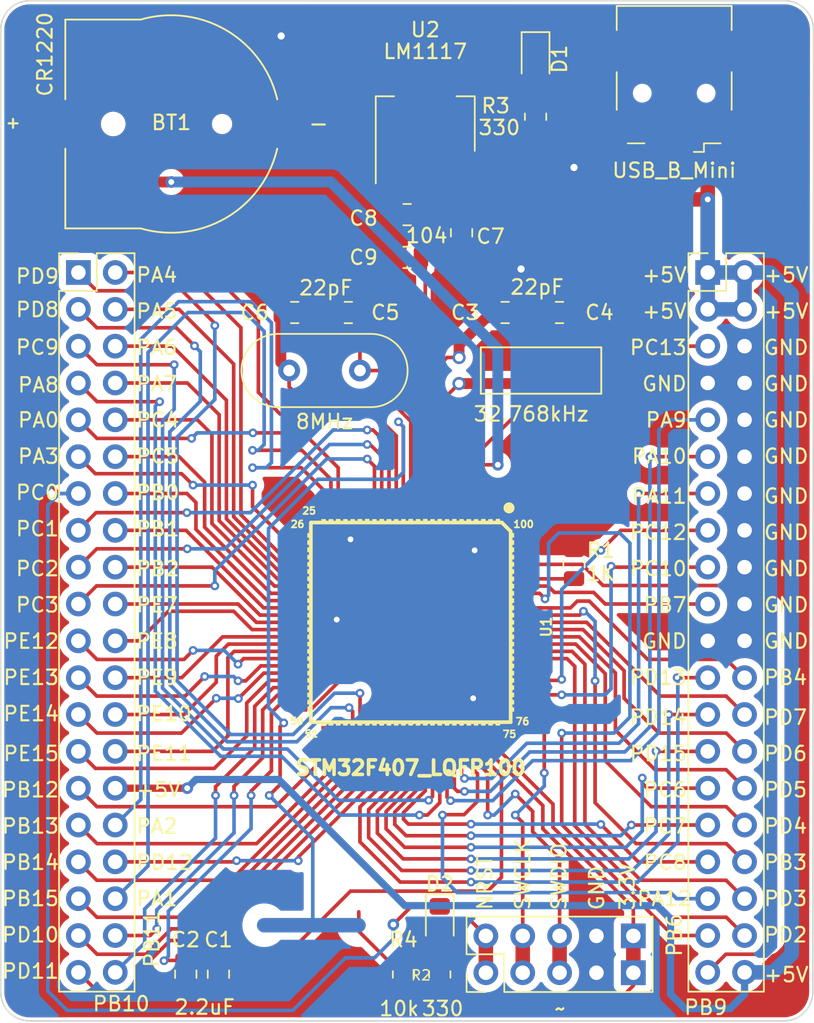
<source format=kicad_pcb>
(kicad_pcb (version 20240108) (generator "pcbnew") (generator_version "8.0")
  (layers (0 "F.Cu" signal) (31 "B.Cu" signal) (34 "B.Paste" user) (35 "F.Paste" user) (36 "B.SilkS" user "B.Silkscreen") (37 "F.SilkS" user "F.Silkscreen") (38 "B.Mask" user) (39 "F.Mask" user) (44 "Edge.Cuts" user))
  (net 0 "")
  (net 1 "Net-(U1-VBAT)")
  (net 2 "GND")
  (net 3 "Net-(U1-VCAP_2)")
  (net 4 "Net-(U1-VCAP_1)")
  (net 5 "/OSC32_OUT")
  (net 6 "/OSC32_IN")
  (net 7 "/OSC_IN")
  (net 8 "/OSC_OUT")
  (net 9 "+5V")
  (net 10 "+3.3V")
  (net 11 "Net-(D1-A)")
  (net 12 "/LD1")
  (net 13 "Net-(D2-A)")
  (net 14 "/WS2812")
  (net 15 "/TFT_CS")
  (net 16 "/TFT_RST")
  (net 17 "/TFT_A0")
  (net 18 "/TFT_SDA")
  (net 19 "/TFT_SCK")
  (net 20 "/SO_NL")
  (net 21 "/STEP_MO_DIR")
  (net 22 "/STEP_MO_STEP")
  (net 23 "/STEP_MO_M0")
  (net 24 "/STEP_MO_M1")
  (net 25 "/STEP_MO_M2")
  (net 26 "/ENCODER B")
  (net 27 "/ENCODER A")
  (net 28 "/DC_SERVO1")
  (net 29 "/DC_SERVO2")
  (net 30 "/LCD_LED")
  (net 31 "/LCD_D7")
  (net 32 "/LCD_D6")
  (net 33 "/LCD_D5")
  (net 34 "/LCD_D4")
  (net 35 "/LCD_EN")
  (net 36 "/LCD_RW")
  (net 37 "/LCD_RS")
  (net 38 "/USB_TX")
  (net 39 "/USB_RX")
  (net 40 "/STM_SDA")
  (net 41 "/STM_SCL")
  (net 42 "/LM35")
  (net 43 "/DS18B20")
  (net 44 "/LD2")
  (net 45 "/LD3")
  (net 46 "/LD4")
  (net 47 "/LD5")
  (net 48 "/LD6")
  (net 49 "/BT8")
  (net 50 "/BT7")
  (net 51 "/BT6")
  (net 52 "/BT5")
  (net 53 "/BT4")
  (net 54 "/BT3")
  (net 55 "/BT2")
  (net 56 "/BT1")
  (net 57 "/T6")
  (net 58 "/T5")
  (net 59 "/T4")
  (net 60 "/T3")
  (net 61 "/T2")
  (net 62 "/T1")
  (net 63 "/L7A")
  (net 64 "/L7B")
  (net 65 "/L7C")
  (net 66 "/L7D")
  (net 67 "/L7E")
  (net 68 "/L7F")
  (net 69 "/L7G")
  (net 70 "/L7DP")
  (net 71 "/ACS712")
  (net 72 "/RC_SERVO")
  (net 73 "/PT1000")
  (net 74 "/SHT_SDA")
  (net 75 "/SHT_SCL")
  (net 80 "/NRST")
  (net 81 "/SWCLK")
  (net 82 "/SWDIO")
  (net 83 "Net-(U1-BOOT0)")
  (footprint "32.768KHz:XTAL_AB38T-32.768KHZ" (layer "F.Cu") (at 149.3275 74.5 180)
    (property "Reference" "Y1" (hide yes))
    (property "Value" "32.768kHz")
  )
  (footprint "Capacitor_SMD:C_0805_2012Metric" (layer "F.Cu") (at 130.5 116.125 90)
    (property "Reference" "C2")
    (property "Value" "2.2uF")
  )
  (footprint "Crystal:Crystal_HC49-4H_Vertical" (layer "F.Cu") (at 137.62 74.5)
    (property "Reference" "Y2" (hide yes))
    (property "Value" "8MHz")
  )
  (footprint "LED_SMD:LED_0805_2012Metric_Pad1.15x1.40mm_HandSolder" (layer "F.Cu") (at 148 112.475 -90)
    (property "Reference" "D2")
    (property "Value" "LED")
  )
  (footprint "Resistor_SMD:R_0805_2012Metric" (layer "F.Cu") (at 148 116.145 90)
    (property "Reference" "R2")
    (property "Value" "330")
  )
  (footprint "Capacitor_SMD:C_0805_2012Metric" (layer "F.Cu") (at 145.75 63.75 180)
    (property "Reference" "C8")
    (property "Value" "104")
  )
  (footprint "Capacitor_SMD:C_0805_2012Metric" (layer "F.Cu") (at 149.5 65 -90)
    (property "Reference" "C7")
    (property "Value" "104")
  )
  (footprint "LED_SMD:LED_0805_2012Metric_Pad1.15x1.40mm_HandSolder" (layer "F.Cu") (at 154.6 53.025 -90)
    (property "Reference" "D1")
    (property "Value" "LED")
  )
  (footprint "Capacitor_SMD:C_0805_2012Metric" (layer "F.Cu") (at 141.7 70.5 180)
    (property "Reference" "C5")
    (property "Value" "22pF")
  )
  (footprint "STM32F4:LQFP100-0.5-13.8X13.8MM" (layer "F.Cu") (at 146 91.865 -90)
    (property "Reference" "U1")
    (property "Value" "STM32F407_LQFP100")
    (property "VALUE" "STM32F407VET6-LQFP100" (hide yes))
  )
  (footprint "Capacitor_SMD:C_0805_2012Metric" (layer "F.Cu") (at 132.75 116.125 90)
    (property "Reference" "C1")
    (property "Value" "2.2uF")
  )
  (footprint "Connector_USB:USB_Mini-B_Wuerth_65100516121_Horizontal" (layer "F.Cu") (at 164.15 55.375 180)
    (property "Reference" "J3" (hide yes))
    (property "Value" "USB_B_Mini")
  )
  (footprint "Capacitor_SMD:C_0805_2012Metric" (layer "F.Cu") (at 138 70.5)
    (property "Reference" "C6")
    (property "Value" "22pF")
  )
  (footprint "Resistor_SMD:R_0805_2012Metric" (layer "F.Cu") (at 145.5 116.145 90)
    (property "Reference" "R4")
    (property "Value" "10k")
  )
  (footprint "Connector_PinHeader_2.54mm:PinHeader_2x05_P2.54mm_Vertical" (layer "F.Cu") (at 151.175 116.025 90)
    (property "Reference" "J7" (hide yes))
    (property "Value" "~")
  )
  (footprint "CR1220_SMD:MPD_BC501SM-TR" (layer "F.Cu") (at 129.5 57.5 180)
    (property "Reference" "BT1")
    (property "Value" "CR1220")
  )
  (footprint "Capacitor_SMD:C_0805_2012Metric" (layer "F.Cu") (at 145.75 66.7 180)
    (property "Reference" "C9")
    (property "Value" "104")
  )
  (footprint "Connector_PinHeader_2.54mm:PinHeader_2x20_P2.54mm_Vertical" (layer "F.Cu") (at 166.46 67.74)
    (property "Reference" "J1" (hide yes))
    (property "Value" "~")
  )
  (footprint "Capacitor_SMD:C_0805_2012Metric" (layer "F.Cu") (at 156.25 70.5 180)
    (property "Reference" "C4")
    (property "Value" "22pF")
  )
  (footprint "Connector_PinHeader_2.54mm:PinHeader_2x20_P2.54mm_Vertical" (layer "F.Cu") (at 123.1 67.74)
    (property "Reference" "J2" (hide yes))
    (property "Value" "~")
  )
  (footprint "Resistor_SMD:R_0805_2012Metric" (layer "F.Cu") (at 157.25 87.85 -90)
    (property "Reference" "R1")
    (property "Value" "1K")
  )
  (footprint "Resistor_SMD:R_0805_2012Metric" (layer "F.Cu") (at 154.6 57 90)
    (property "Reference" "R3")
    (property "Value" "330")
  )
  (footprint "Package_TO_SOT_SMD:SOT-223-3_TabPin2" (layer "F.Cu") (at 147 57.5 90)
    (property "Reference" "U2")
    (property "Value" "LM1117")
  )
  (footprint "Capacitor_SMD:C_0805_2012Metric" (layer "F.Cu") (at 152.5 70.5)
    (property "Reference" "C3")
    (property "Value" "22pF")
  )
  (gr_line (start 171.701421 119.35) (end 119.75 119.35) (stroke (width 0.1)) (layer "Edge.Cuts"))
  (gr_arc (start 117.75 51) (mid 118.335786 49.585786) (end 119.75 49) (stroke (width 0.1)) (layer "Edge.Cuts"))
  (gr_arc (start 173.70142 117.351421) (mid 173.115132 118.764716) (end 171.701421 119.35) (stroke (width 0.1)) (layer "Edge.Cuts"))
  (gr_arc (start 119.75 119.35) (mid 118.335786 118.764214) (end 117.75 117.35) (stroke (width 0.1)) (layer "Edge.Cuts"))
  (gr_line (start 119.75 49) (end 171.748578 49) (stroke (width 0.1)) (layer "Edge.Cuts"))
  (gr_line (start 173.748578 51.001421) (end 173.70142 117.351421) (stroke (width 0.1)) (layer "Edge.Cuts"))
  (gr_arc (start 171.748578 49) (mid 173.163308 49.586281) (end 173.748578 51.001421) (stroke (width 0.1)) (layer "Edge.Cuts"))
  (gr_line (start 117.75 117.35) (end 117.75 51) (stroke (width 0.1)) (layer "Edge.Cuts"))
  (gr_text "+5V" (at 170.25 116.75 0) (layer "F.SilkS") (effects (font (size 1 1)) (justify left bottom)))
  (gr_text "PB2" (at 127 88.75 0) (layer "F.SilkS") (effects (font (size 1 1)) (justify left bottom)))
  (gr_text "PD5" (at 170.25 104 0) (layer "F.SilkS") (effects (font (size 1 1)) (justify left bottom)))
  (gr_text "PD7" (at 170.25 99 0) (layer "F.SilkS") (effects (font (size 1 1)) (justify left bottom)))
  (gr_text "PA2" (at 127 106.5 0) (layer "F.SilkS") (effects (font (size 1 1)) (justify left bottom)))
  (gr_text "PE15" (at 117.845238 101.5 0) (layer "F.SilkS") (effects (font (size 1 1)) (justify left bottom)))
  (gr_text "+5V" (at 161.857143 71 0) (layer "F.SilkS") (effects (font (size 1 1)) (justify left bottom)))
  (gr_text "PB7" (at 161.952381 91.25 0) (layer "F.SilkS") (effects (font (size 1 1)) (justify left bottom)))
  (gr_text "PC9" (at 118.702381 72.9 0) (layer "F.SilkS") (effects (font (size 1 1)) (justify left)))
  (gr_text "PA3" (at 118.845238 81 0) (layer "F.SilkS") (effects (font (size 1 1)) (justify left bottom)))
  (gr_text "PD11" (at 117.75 116.5 0) (layer "F.SilkS") (effects (font (size 1 1)) (justify left bottom)))
  (gr_text "GND" (at 170.25 78.5 0) (layer "F.SilkS") (effects (font (size 1 1)) (justify left bottom)))
  (gr_text "PD13" (at 161 96.25 0) (layer "F.SilkS") (effects (font (size 1 1)) (justify left bottom)))
  (gr_text "PD2" (at 170.25 114 0) (layer "F.SilkS") (effects (font (size 1 1)) (justify left bottom)))
  (gr_text "GND" (at 159.4 111.8 90) (layer "F.SilkS") (effects (font (size 1 1)) (justify left bottom)))
  (gr_text "PC4" (at 127 78.5 0) (layer "F.SilkS") (effects (font (size 1 1)) (justify left bottom)))
  (gr_text "PA10" (at 161.142857 81 0) (layer "F.SilkS") (effects (font (size 1 1)) (justify left bottom)))
  (gr_text "PA4" (at 127 68.5 0) (layer "F.SilkS") (effects (font (size 1 1)) (justify left bottom)))
  (gr_text "GND" (at 170.25 91.25 0) (layer "F.SilkS") (effects (font (size 1 1)) (justify left bottom)))
  (gr_text "+5V" (at 161.857143 68.5 0) (layer "F.SilkS") (effects (font (size 1 1)) (justify left bottom)))
  (gr_text "PC6" (at 161.952381 104 0) (layer "F.SilkS") (effects (font (size 1 1)) (justify left bottom)))
  (gr_text "NRST" (at 151.7 111.8 90) (layer "F.SilkS") (effects (font (size 1 1)) (justify left bottom)))
  (gr_text "+5V" (at 170.25 68.5 0) (layer "F.SilkS") (effects (font (size 1 1)) (justify left bottom)))
  (gr_text "PB3" (at 170.25 109 0) (layer "F.SilkS") (effects (font (size 1 1)) (justify left bottom)))
  (gr_text "3.3V" (at 161.5 111.8 90) (layer "F.SilkS") (effects (font (size 1 1)) (justify left bottom)))
  (gr_text "PC3" (at 118.702381 91.25 0) (layer "F.SilkS") (effects (font (size 1 1)) (justify left bottom)))
  (gr_text "SWDIO" (at 156.8 111.8 90) (layer "F.SilkS") (effects (font (size 1 1)) (justify left bottom)))
  (gr_text "PD10" (at 117.75 114 0) (layer "F.SilkS") (effects (font (size 1 1)) (justify left bottom)))
  (gr_text "GND" (at 170.25 73.5 0) (layer "F.SilkS") (effects (font (size 1 1)) (justify left bottom)))
  (gr_text "PE14" (at 117.845238 98.75 0) (layer "F.SilkS") (effects (font (size 1 1)) (justify left bottom)))
  (gr_text "PB6" (at 164.75 115 90) (layer "F.SilkS") (effects (font (size 1 1)) (justify left bottom)))
  (gr_text "GND" (at 161.857143 93.75 0) (layer "F.SilkS") (effects (font (size 1 1)) (justify left bottom)))
  (gr_text "PC12" (at 161 86.25 0) (layer "F.SilkS") (effects (font (size 1 1)) (justify left bottom)))
  (gr_text "SWCLK" (at 154.3 111.8 90) (layer "F.SilkS") (effects (font (size 1 1)) (justify left bottom)))
  (gr_text "PB10" (at 124 118.75 0) (layer "F.SilkS") (effects (font (size 1 1)) (justify left bottom)))
  (gr_text "GND" (at 170.25 93.75 0) (layer "F.SilkS") (effects (font (size 1 1)) (justify left bottom)))
  (gr_text "PD8" (at 118.702381 70.3 0) (layer "F.SilkS") (effects (font (size 1 1)) (justify left)))
  (gr_text "PB1" (at 127 86 0) (layer "F.SilkS") (effects (font (size 1 1)) (justify left bottom)))
  (gr_text "+5V" (at 127 104 0) (layer "F.SilkS") (effects (font (size 1 1)) (justify left bottom)))
  (gr_text "PE12" (at 117.845238 93.75 0) (layer "F.SilkS") (effects (font (size 1 1)) (justify left bottom)))
  (gr_text "PC1" (at 118.702381 86 0) (layer "F.SilkS") (effects (font (size 1 1)) (justify left bottom)))
  (gr_text "PC8" (at 161.952381 109 0) (layer "F.SilkS") (effects (font (size 1 1)) (justify left bottom)))
  (gr_text "PE13" (at 117.845238 96.25 0) (layer "F.SilkS") (effects (font (size 1 1)) (justify left bottom)))
  (gr_text "PD6" (at 170.25 101.5 0) (layer "F.SilkS") (effects (font (size 1 1)) (justify left bottom)))
  (gr_text "PB12" (at 117.75 104 0) (layer "F.SilkS") (effects (font (size 1 1)) (justify left bottom)))
  (gr_text "PD14" (at 161 99 0) (layer "F.SilkS") (effects (font (size 1 1)) (justify left bottom)))
  (gr_text "PE11" (at 127 101.5 0) (layer "F.SilkS") (effects (font (size 1 1)) (justify left bottom)))
  (gr_text "PC0" (at 118.702381 83.5 0) (layer "F.SilkS") (effects (font (size 1 1)) (justify left bottom)))
  (gr_text "PE10" (at 127 98.75 0) (layer "F.SilkS") (effects (font (size 1 1)) (justify left bottom)))
  (gr_text "PB4" (at 170.25 96.25 0) (layer "F.SilkS") (effects (font (size 1 1)) (justify left bottom)))
  (gr_text "PA12" (at 161.5 111.5 0) (layer "F.SilkS") (effects (font (size 1 1)) (justify left bottom)))
  (gr_text "PC2" (at 118.702381 88.75 0) (layer "F.SilkS") (effects (font (size 1 1)) (justify left bottom)))
  (gr_text "GND" (at 161.857143 76 0) (layer "F.SilkS") (effects (font (size 1 1)) (justify left bottom)))
  (gr_text "PA9" (at 162.095238 78.5 0) (layer "F.SilkS") (effects (font (size 1 1)) (justify left bottom)))
  (gr_text "GND" (at 170.25 86.25 0) (layer "F.SilkS") (effects (font (size 1 1)) (justify left bottom)))
  (gr_text "PE7" (at 127 91.25 0) (layer "F.SilkS") (effects (font (size 1 1)) (justify left bottom)))
  (gr_text "PD12" (at 127 109 0) (layer "F.SilkS") (effects (font (size 1 1)) (justify left bottom)))
  (gr_text "PA11" (at 161.142857 83.75 0) (layer "F.SilkS") (effects (font (size 1 1)) (justify left bottom)))
  (gr_text "PD4" (at 170.25 106.5 0) (layer "F.SilkS") (effects (font (size 1 1)) (justify left bottom)))
  (gr_text "PA6" (at 127 73.5 0) (layer "F.SilkS") (effects (font (size 1 1)) (justify left bottom)))
  (gr_text "PB13" (at 117.75 106.5 0) (layer "F.SilkS") (effects (font (size 1 1)) (justify left bottom)))
  (gr_text "GND" (at 170.25 76 0) (layer "F.SilkS") (effects (font (size 1 1)) (justify left bottom)))
  (gr_text "GND" (at 170.25 88.75 0) (layer "F.SilkS") (effects (font (size 1 1)) (justify left bottom)))
  (gr_text "PC7" (at 161.952381 106.5 0) (layer "F.SilkS") (effects (font (size 1 1)) (justify left bottom)))
  (gr_text "PB9" (at 164.75 119 0) (layer "F.SilkS") (effects (font (size 1 1)) (justify left bottom)))
  (gr_text "PE8" (at 127 93.75 0) (layer "F.SilkS") (effects (font (size 1 1)) (justify left bottom)))
  (gr_text "PC13" (at 161 73.5 0) (layer "F.SilkS") (effects (font (size 1 1)) (justify left bottom)))
  (gr_text "PA1" (at 127 111.5 0) (layer "F.SilkS") (effects (font (size 1 1)) (justify left bottom)))
  (gr_text "PB14" (at 117.75 109 0) (layer "F.SilkS") (effects (font (size 1 1)) (justify left bottom)))
  (gr_text "+5V" (at 170.25 71 0) (layer "F.SilkS") (effects (font (size 1 1)) (justify left bottom)))
  (gr_text "PA7" (at 127 76 0) (layer "F.SilkS") (effects (font (size 1 1)) (justify left bottom)))
  (gr_text "GND" (at 170.25 81 0) (layer "F.SilkS") (effects (font (size 1 1)) (justify left bottom)))
  (gr_text "PC5" (at 127 81 0) (layer "F.SilkS") (effects (font (size 1 1)) (justify left bottom)))
  (gr_text "GND" (at 170.25 83.75 0) (layer "F.SilkS") (effects (font (size 1 1)) (justify left bottom)))
  (gr_text "PD3" (at 170.25 111.5 0) (layer "F.SilkS") (effects (font (size 1 1)) (justify left bottom)))
  (gr_text "PC10" (at 161 88.75 0) (layer "F.SilkS") (effects (font (size 1 1)) (justify left bottom)))
  (gr_text "PA0" (at 118.845238 78.5 0) (layer "F.SilkS") (effects (font (size 1 1)) (justify left bottom)))
  (gr_text "PA8" (at 118.845238 75.5 0) (layer "F.SilkS") (effects (font (size 1 1)) (justify left)))
  (gr_text "PE9" (at 127 96.25 0) (layer "F.SilkS") (effects (font (size 1 1)) (justify left bottom)))
  (gr_text "PB15" (at 117.75 111.5 0) (layer "F.SilkS") (effects (font (size 1 1)) (justify left bottom)))
  (gr_text "PD15" (at 161 101.5 0) (layer "F.SilkS") (effects (font (size 1 1)) (justify left bottom)))
  (gr_text "PA5" (at 127 71 0) (layer "F.SilkS") (effects (font (size 1 1)) (justify left bottom)))
  (gr_text "PD9" (at 118.702381 68 0) (layer "F.SilkS") (effects (font (size 1 1)) (justify left)))
  (gr_text "PB0" (at 127 83.5 0) (layer "F.SilkS") (effects (font (size 1 1)) (justify left bottom)))
  (gr_text "PB11" (at 128.75 115.75 90) (layer "F.SilkS") (effects (font (size 1 1)) (justify left bottom)))
  (segment (start 129.5 61.5) (end 125.27 61.5) (width 0.75) (layer "F.Cu") (net 1))
  (segment (start 125.27 61.5) (end 121.27 57.5) (width 0.75) (layer "F.Cu") (net 1))
  (segment (start 152 81) (end 150.8 81) (width 0.25) (layer "F.Cu") (net 1))
  (segment (start 150.8 81) (end 149.5 82.3) (width 0.25) (layer "F.Cu") (net 1))
  (segment (start 149.5 82.3) (end 149.5 84.115) (width 0.25) (layer "F.Cu") (net 1))
  (via (at 129.5 61.5) (size 0.8) (drill 0.4) (layers "F.Cu" "B.Cu") (net 1))
  (via (at 152 81) (size 0.8) (drill 0.4) (layers "F.Cu" "B.Cu") (net 1))
  (segment (start 152 81) (end 152 73) (width 0.75) (layer "B.Cu") (net 1))
  (segment (start 140.5 61.5) (end 129.5 61.5) (width 0.75) (layer "B.Cu") (net 1))
  (segment (start 152 73) (end 140.5 61.5) (width 0.75) (layer "B.Cu") (net 1))
  (segment (start 138.95 70.5) (end 140.75 70.5) (width 0.25) (layer "F.Cu") (net 2))
  (segment (start 144.7 60.65) (end 140.22 60.65) (width 0.75) (layer "F.Cu") (net 2))
  (segment (start 164.39 75.36) (end 166.46 75.36) (width 0.25) (layer "F.Cu") (net 2))
  (segment (start 137.07 51.43) (end 137.07 57.5) (width 1) (layer "F.Cu") (net 2))
  (segment (start 132.925 117.25) (end 135.9 117.25) (width 0.25) (layer "F.Cu") (net 2))
  (segment (start 141.85 86.1405) (end 141.6255 86.365) (width 0.25) (layer "F.Cu") (net 2))
  (segment (start 151.5 99.615) (end 151.5 100.9) (width 0.25) (layer "F.Cu") (net 2))
  (segment (start 158.795 109.795) (end 158.795 113.485) (width 0.25) (layer "F.Cu") (net 2))
  (segment (start 138.95 70.5) (end 138.95 67.95) (width 0.75) (layer "F.Cu") (net 2))
  (segment (start 147.5 84.115) (end 147.5 67.95) (width 0.25) (layer "F.Cu") (net 2))
  (segment (start 155.5 52) (end 156.8 53.3) (width 1) (layer "F.Cu") (net 2))
  (segment (start 150.4 86.9) (end 150.935 86.365) (width 0.25) (layer "F.Cu") (net 2))
  (segment (start 156.8 60) (end 157.7 60.9) (width 1) (layer "F.Cu") (net 2))
  (segment (start 141.85 86.1405) (end 142.1845 86.1405) (width 0.25) (layer "F.Cu") (net 2))
  (segment (start 130.5 117.075) (end 132.75 117.075) (width 0.25) (layer "F.Cu") (net 2))
  (segment (start 132.75 117.075) (end 132.925 117.25) (width 0.25) (layer "F.Cu") (net 2))
  (segment (start 144.7 63.65) (end 144.8 63.75) (width 0.75) (layer "F.Cu") (net 2))
  (segment (start 141.6255 86.365) (end 138.25 86.365) (width 0.25) (layer "F.Cu") (net 2))
  (segment (start 140.2 66.7) (end 144.8 66.7) (width 0.75) (layer "F.Cu") (net 2))
  (segment (start 169 72.82) (end 169 88.06) (width 1) (layer "F.Cu") (net 2))
  (segment (start 156.765 86.365) (end 157.25 86.85) (width 0.25) (layer "F.Cu") (net 2))
  (segment (start 169 90.6) (end 169 93.14) (width 1) (layer "F.Cu") (net 2))
  (segment (start 144.7 60.65) (end 144.7 63.65) (width 0.75) (layer "F.Cu") (net 2))
  (segment (start 153.25 49.75) (end 154.6 51.1) (width 1) (layer "F.Cu") (net 2))
  (segment (start 153.75 86.365) (end 156.765 86.365) (width 0.25) (layer "F.Cu") (net 2))
  (segment (start 155.1 104.5) (end 155.1 106.1) (width 0.25) (layer "F.Cu") (net 2))
  (segment (start 152.05 65.95) (end 149.5 65.95) (width 0.75) (layer "F.Cu") (net 2))
  (segment (start 153.6 67.5) (end 153.6 70.35) (width 0.75) (layer "F.Cu") (net 2))
  (segment (start 140.925 91.65) (end 140.9 91.675) (width 0.25) (layer "F.Cu") (net 2))
  (segment (start 151.5 98.3) (end 150.3 97.1) (width 0.25) (layer "F.Cu") (net 2))
  (segment (start 142.5 85.825) (end 142.5 84.115) (width 0.25) (layer "F.Cu") (net 2))
  (segment (start 157.7 60.9) (end 161.8 60.9) (width 1) (layer "F.Cu") (net 2))
  (segment (start 158.795 113.485) (end 158.795 116.025) (width 1) (layer "F.Cu") (net 2))
  (segment (start 157.25 86.85) (end 157.25 82.5) (width 0.25) (layer "F.Cu") (net 2))
  (segment (start 150.935 86.365) (end 153.75 86.365) (width 0.25) (layer "F.Cu") (net 2))
  (segment (start 135.9 117.25) (end 142.4 117.25) (width 0.25) (layer "F.Cu") (net 2))
  (segment (start 147.5 67.95) (end 149.5 65.95) (width 0.25) (layer "F.Cu") (net 2))
  (segment (start 142.1845 86.1405) (end 142.5 85.825) (width 0.25) (layer "F.Cu") (net 2))
  (segment (start 151.5 99.615) (end 151.5 98.3) (width 0.25) (layer "F.Cu") (net 2))
  (segment (start 144.8 66.7) (end 144.8 63.75) (width 0.75) (layer "F.Cu") (net 2))
  (segment (start 155.1 106.1) (end 158.795 109.795) (width 0.25) (layer "F.Cu") (net 2))
  (segment (start 153.6 67.5) (end 152.05 65.95) (width 0.75) (layer "F.Cu") (net 2))
  (segment (start 153.6 70.35) (end 153.45 70.5) (width 0.75) (layer "F.Cu") (net 2))
  (segment (start 156.8 53.3) (end 156.8 60) (width 1) (layer "F.Cu") (net 2))
  (segment (start 138.95 67.95) (end 140.2 66.7) (width 0.75) (layer "F.Cu") (net 2))
  (segment (start 140.22 60.65) (end 137.07 57.5) (width 0.75) (layer "F.Cu") (net 2))
  (segment (start 137.07 51.43) (end 138.75 49.75) (width 1) (layer "F.Cu") (net 2))
  (segment (start 154.6 51.1) (end 154.6 52) (width 1) (layer "F.Cu") (net 2))
  (segment (start 154.6 52) (end 155.5 52) (width 1) (layer "F.Cu") (net 2))
  (segment (start 162.55 60.15) (end 162.55 57.975) (width 0.25) (layer "F.Cu") (net 2))
  (segment (start 157.25 82.5) (end 164.39 75.36) (width 0.25) (layer "F.Cu") (net 2))
  (segment (start 138.75 49.75) (end 153.25 49.75) (width 1) (layer "F.Cu") (net 2))
  (segment (start 153.45 70.5) (end 155.3 70.5) (width 0.75) (layer "F.Cu") (net 2))
  (segment (start 151.5 100.9) (end 155.1 104.5) (width 0.25) (layer "F.Cu") (net 2))
  (segment (start 161.8 60.9) (end 162.55 60.15) (width 0.25) (layer "F.Cu") (net 2))
  (via (at 141.85 86.1405) (size 0.8) (drill 0.4) (layers "F.Cu" "B.Cu") (net 2))
  (via (at 137.07 51.43) (size 1) (drill 0.5) (layers "F.Cu" "B.Cu") (net 2))
  (via (at 157.25 60.5) (size 1) (drill 0.5) (layers "F.Cu" "B.Cu") (net 2))
  (via (at 140.9 91.675) (size 0.8) (drill 0.4) (layers "F.Cu" "B.Cu") (net 2))
  (via (at 150.3 97.1) (size 0.8) (drill 0.4) (layers "F.Cu" "B.Cu") (net 2))
  (via (at 150.4 86.9) (size 0.8) (drill 0.4) (layers "F.Cu" "B.Cu") (net 2))
  (via (at 153.6 67.5) (size 1) (drill 0.5) (layers "F.Cu" "B.Cu") (net 2))
  (segment (start 169 72.82) (end 169 93.14) (width 1) (layer "B.Cu") (net 2))
  (segment (start 144.162032 51.43) (end 137.07 51.43) (width 1) (layer "B.Cu") (net 2))
  (segment (start 143.55 118.4) (end 142.4 117.25) (width 1) (layer "B.Cu") (net 2))
  (segment (start 157.5 118.4) (end 143.55 118.4) (width 1) (layer "B.Cu") (net 2))
  (segment (start 158.795 116.025) (end 158.795 117.105) (width 1) (layer "B.Cu") (net 2))
  (segment (start 140.9 87.0905) (end 140.9 91.675) (width 0.25) (layer "B.Cu") (net 2))
  (segment (start 153.6 67.5) (end 158.6 67.5) (width 0.75) (layer "B.Cu") (net 2))
  (segment (start 142.6095 86.9) (end 150.4 86.9) (width 0.25) (layer "B.Cu") (net 2))
  (segment (start 158.795 117.105) (end 157.5 118.4) (width 1) (layer "B.Cu") (net 2))
  (segment (start 141.85 86.1405) (end 142.6095 86.9) (width 0.25) (layer "B.Cu") (net 2))
  (segment (start 151 58.267968) (end 144.162032 51.43) (width 1) (layer "B.Cu") (net 2))
  (segment (start 141.85 86.1405) (end 140.9 87.0905) (width 0.25) (layer "B.Cu") (net 2))
  (segment (start 150.3 97.1) (end 150.3 87) (width 0.25) (layer "B.Cu") (net 2))
  (segment (start 153.6 67.5) (end 151 64.9) (width 1) (layer "B.Cu") (net 2))
  (segment (start 151 64.9) (end 151 58.267968) (width 1) (layer "B.Cu") (net 2))
  (segment (start 158.6 67.5) (end 166.46 75.36) (width 0.75) (layer "B.Cu") (net 2))
  (segment (start 166.46 75.36) (end 169 75.36) (width 1) (layer "B.Cu") (net 2))
  (segment (start 166.46 93.14) (end 169 93.14) (width 1) (layer "B.Cu") (net 2))
  (segment (start 150.3 87) (end 150.4 86.9) (width 0.25) (layer "B.Cu") (net 2))
  (segment (start 132.75 115.175) (end 137.075 115.175) (width 0.25) (layer "F.Cu") (net 3))
  (segment (start 141.85 110.4) (end 151.3 110.4) (width 0.25) (layer "F.Cu") (net 3))
  (segment (start 152.25 109.45) (end 152.25 102.45) (width 0.25) (layer "F.Cu") (net 3))
  (segment (start 137.075 115.175) (end 141.85 110.4) (width 0.25) (layer "F.Cu") (net 3))
  (segment (start 152.25 102.45) (end 151 101.2) (width 0.25) (layer "F.Cu") (net 3))
  (segment (start 151 101.2) (end 151 99.615) (width 0.25) (layer "F.Cu") (net 3))
  (segment (start 151.3 110.4) (end 152.25 109.45) (width 0.25) (layer "F.Cu") (net 3))
  (segment (start 137.135 97.365) (end 138.25 97.365) (width 0.25) (layer "F.Cu") (net 4))
  (segment (start 136.4 102.1) (end 136.4 98.1) (width 0.25) (layer "F.Cu") (net 4))
  (segment (start 135 103.8) (end 135 103.5) (width 0.25) (layer "F.Cu") (net 4))
  (segment (start 129.025 115.175) (end 129 115.2) (width 0.25) (layer "F.Cu") (net 4))
  (segment (start 130.5 115.175) (end 129.025 115.175) (width 0.25) (layer "F.Cu") (net 4))
  (segment (start 135 103.5) (end 136.4 102.1) (width 0.25) (layer "F.Cu") (net 4))
  (segment (start 136.4 98.1) (end 137.135 97.365) (width 0.25) (layer "F.Cu") (net 4))
  (via (at 135 103.8) (size 0.6) (drill 0.3) (layers "F.Cu" "B.Cu") (net 4))
  (via (at 129 115.2) (size 0.6) (drill 0.3) (layers "F.Cu" "B.Cu") (net 4))
  (segment (start 129.3 111.786827) (end 129.3 114.9) (width 0.25) (layer "B.Cu") (net 4))
  (segment (start 129.3 114.9) (end 129 115.2) (width 0.25) (layer "B.Cu") (net 4))
  (segment (start 135 106.086827) (end 129.3 111.786827) (width 0.25) (layer "B.Cu") (net 4))
  (segment (start 135 103.8) (end 135 106.086827) (width 0.25) (layer "B.Cu") (net 4))
  (segment (start 148.5 73.6) (end 148 74.1) (width 0.25) (layer "F.Cu") (net 5))
  (segment (start 148 74.1) (end 148 84.115) (width 0.25) (layer "F.Cu") (net 5))
  (segment (start 151.55 70.5) (end 149.3275 72.7225) (width 0.75) (layer "F.Cu") (net 5))
  (segment (start 149.3275 73.6) (end 148.5 73.6) (width 0.25) (layer "F.Cu") (net 5))
  (segment (start 149.3275 72.7225) (end 149.3275 73.6) (width 0.75) (layer "F.Cu") (net 5))
  (segment (start 148.5 76.2275) (end 148.5 84.115) (width 0.25) (layer "F.Cu") (net 6))
  (segment (start 157.2 70.5) (end 157.2 71.9) (width 0.75) (layer "F.Cu") (net 6))
  (segment (start 157.2 71.9) (end 153.7 75.4) (width 0.75) (layer "F.Cu") (net 6))
  (segment (start 149.3275 75.4) (end 148.5 76.2275) (width 0.25) (layer "F.Cu") (net 6))
  (segment (start 153.7 75.4) (end 149.3275 75.4) (width 0.75) (layer "F.Cu") (net 6))
  (segment (start 142.5 70.65) (end 142.5 74.5) (width 0.25) (layer "F.Cu") (net 7))
  (segment (start 146.5 76) (end 146.5 84.115) (width 0.25) (layer "F.Cu") (net 7))
  (segment (start 142.5 74.5) (end 145 74.5) (width 0.25) (layer "F.Cu") (net 7))
  (segment (start 145 74.5) (end 146.5 76) (width 0.25) (layer "F.Cu") (net 7))
  (segment (start 142.65 70.5) (end 142.5 70.65) (width 0.25) (layer "F.Cu") (net 7))
  (segment (start 137.05 70.5) (end 137.05 73.93) (width 0.75) (layer "F.Cu") (net 8))
  (segment (start 146 78) (end 146 84.115) (width 0.25) (layer "F.Cu") (net 8))
  (segment (start 137.05 73.93) (end 137.62 74.5) (width 0.75) (layer "F.Cu") (net 8))
  (segment (start 137.62 74.5) (end 137.62 75.62) (width 0.25) (layer "F.Cu") (net 8))
  (segment (start 144.5 76.5) (end 146 78) (width 0.25) (layer "F.Cu") (net 8))
  (segment (start 138.5 76.5) (end 144.5 76.5) (width 0.25) (layer "F.Cu") (net 8))
  (segment (start 137.62 75.62) (end 138.5 76.5) (width 0.25) (layer "F.Cu") (net 8))
  (segment (start 166.46 67.74) (end 166.46 62.7) (width 1) (layer "F.Cu") (net 9))
  (segment (start 125.64 103.3) (end 130.6 103.3) (width 0.5) (layer "F.Cu") (net 9))
  (segment (start 166.25 61.65) (end 166.25 58.625) (width 0.25) (layer "F.Cu") (net 9))
  (segment (start 149.3 62.6) (end 149.3 60.65) (width 0.75) (layer "F.Cu") (net 9))
  (segment (start 166.46 62.7) (end 149.4 62.7) (width 1) (layer "F.Cu") (net 9))
  (segment (start 149.5 64.05) (end 149.5 64) (width 0.75) (layer "F.Cu") (net 9))
  (segment (start 166.46 57.06) (end 166.45 57.05) (width 1) (layer "F.Cu") (net 9))
  (segment (start 149.3 63.8) (end 149.3 62.6) (width 0.75) (layer "F.Cu") (net 9))
  (segment (start 166.46 62.7) (end 166.46 57.06) (width 1) (layer "F.Cu") (net 9))
  (segment (start 149.5 64) (end 149.3 63.8) (width 0.75) (layer "F.Cu") (net 9))
  (segment (start 166.25 58.625) (end 165.6 57.975) (width 0.25) (layer "F.Cu") (net 9))
  (segment (start 149.4 62.7) (end 149.3 62.6) (width 1) (layer "F.Cu") (net 9))
  (via (at 166.46 62.7) (size 0.8) (drill 0.4) (layers "F.Cu" "B.Cu") (net 9))
  (via (at 130.6 103.3) (size 0.8) (drill 0.4) (layers "F.Cu" "B.Cu") (net 9))
  (segment (start 163.9 117.5) (end 164.9 118.5) (width 0.5) (layer "B.Cu") (net 9))
  (segment (start 166.46 70.28) (end 166.46 67.74) (width 1) (layer "B.Cu") (net 9))
  (segment (start 172.25 114.72604) (end 172.25 69.25) (width 1) (layer "B.Cu") (net 9))
  (segment (start 163 111.4) (end 163.9 112.3) (width 0.5) (layer "B.Cu") (net 9))
  (segment (start 164.9 118.5) (end 168 118.5) (width 0.5) (layer "B.Cu") (net 9))
  (segment (start 170.74 67.74) (end 169 67.74) (width 1) (layer "B.Cu") (net 9))
  (segment (start 163.9 112.3) (end 163.9 117.5) (width 0.5) (layer "B.Cu") (net 9))
  (segment (start 170.97604 116) (end 172.25 114.72604) (width 1) (layer "B.Cu") (net 9))
  (segment (start 145.6 111.4) (end 163 111.4) (width 0.5) (layer "B.Cu") (net 9))
  (segment (start 169 67.74) (end 166.46 67.74) (width 1) (layer "B.Cu") (net 9))
  (segment (start 169 67.74) (end 169 70.28) (width 1) (layer "B.Cu") (net 9))
  (segment (start 136.9 102.7) (end 145.6 111.4) (width 0.5) (layer "B.Cu") (net 9))
  (segment (start 169 117.5) (end 169 116) (width 0.5) (layer "B.Cu") (net 9))
  (segment (start 172.25 69.25) (end 170.74 67.74) (width 1) (layer "B.Cu") (net 9))
  (segment (start 169 116) (end 170.97604 116) (width 1) (layer "B.Cu") (net 9))
  (segment (start 166.46 70.28) (end 169 70.28) (width 1) (layer "B.Cu") (net 9))
  (segment (start 130.6 103.3) (end 131.2 102.7) (width 0.5) (layer "B.Cu") (net 9))
  (segment (start 166.46 67.74) (end 166.46 62.7) (width 1) (layer "B.Cu") (net 9))
  (segment (start 131.2 102.7) (end 136.9 102.7) (width 0.5) (layer "B.Cu") (net 9))
  (segment (start 168 118.5) (end 169 117.5) (width 0.5) (layer "B.Cu") (net 9))
  (segment (start 154.6 58) (end 147 58) (width 0.75) (layer "F.Cu") (net 10))
  (segment (start 147 85.865) (end 143.01 85.865) (width 0.25) (layer "F.Cu") (net 10))
  (segment (start 152 96.8) (end 151 95.8) (width 0.25) (layer "F.Cu") (net 10))
  (segment (start 143 86.865) (end 143 85.875) (width 0.25) (layer "F.Cu") (net 10))
  (segment (start 152 100.597151) (end 155.8 104.397151) (width 0.25) (layer "F.Cu") (net 10))
  (segment (start 143 95.8) (end 143 86.865) (width 0.25) (layer "F.Cu") (net 10))
  (segment (start 148 117.145) (end 148.555 117.7) (width 0.25) (layer "F.Cu") (net 10))
  (segment (start 141.2 95.8) (end 143 95.8) (width 0.25) (layer "F.Cu") (net 10))
  (segment (start 143 85.875) (end 143 84.115) (width 0.25) (layer "F.Cu") (net 10))
  (segment (start 142 84.115) (end 142 83.205) (width 0.25) (layer "F.Cu") (net 10))
  (segment (start 143 83.205) (end 143 84.115) (width 0.25) (layer "F.Cu") (net 10))
  (segment (start 161.335 111.535) (end 161.335 113.485) (width 0.25) (layer "F.Cu") (net 10))
  (segment (start 139.135 97.865) (end 141.2 95.8) (width 0.25) (layer "F.Cu") (net 10))
  (segment (start 147 58) (end 147 54.35) (width 0.75) (layer "F.Cu") (net 10))
  (segment (start 146.7 63.75) (end 146.7 60.95) (width 0.75) (layer "F.Cu") (net 10))
  (segment (start 141.5 84.115) (end 142 84.115) (width 0.25) (layer "F.Cu") (net 10))
  (segment (start 161.335 113.485) (end 161.335 116.025) (width 1) (layer "F.Cu") (net 10))
  (segment (start 147 60.65) (end 147 58) (width 0.75) (layer "F.Cu") (net 10))
  (segment (start 138.25 97.865) (end 139.135 97.865) (width 0.25) (layer "F.Cu") (net 10))
  (segment (start 138.25 86.865) (end 143 86.865) (width 0.25) (layer "F.Cu") (net 10))
  (segment (start 152 99.615) (end 152 100.597151) (width 0.25) (layer "F.Cu") (net 10))
  (segment (start 148.555 117.7) (end 160.55 117.7) (width 0.25) (layer "F.Cu") (net 10))
  (segment (start 147 85.865) (end 147 84.115) (width 0.25) (layer "F.Cu") (net 10))
  (segment (start 147 67) (end 147 84.115) (width 0.25) (layer "F.Cu") (net 10))
  (segment (start 151 95.8) (end 143 95.8) (width 0.25) (layer "F.Cu") (net 10))
  (segment (start 146.7 60.95) (end 147 60.65) (width 0.75) (layer "F.Cu") (net 10))
  (segment (start 160.55 117.7) (end 161.335 116.915) (width 0.25) (layer "F.Cu") (net 10))
  (segment (start 155.8 106) (end 161.335 111.535) (width 0.25) (layer "F.Cu") (net 10))
  (segment (start 155.8 104.397151) (end 155.8 106) (width 0.25) (layer "F.Cu") (net 10))
  (segment (start 153.75 85.865) (end 147 85.865) (width 0.25) (layer "F.Cu") (net 10))
  (segment (start 142 83.205) (end 142.28 82.925) (width 0.25) (layer "F.Cu") (net 10))
  (segment (start 143.01 85.865) (end 143 85.875) (width 0.25) (layer "F.Cu") (net 10))
  (segment (start 142.28 82.925) (end 142.72 82.925) (width 0.25) (layer "F.Cu") (net 10))
  (segment (start 142.72 82.925) (end 143 83.205) (width 0.25) (layer "F.Cu") (net 10))
  (segment (start 145.5 117.145) (end 148 117.145) (width 0.25) (layer "F.Cu") (net 10))
  (segment (start 146.7 66.7) (end 147 67) (width 0.25) (layer "F.Cu") (net 10))
  (segment (start 152 99.615) (end 152 96.8) (width 0.25) (layer "F.Cu") (net 10))
  (segment (start 161.335 116.915) (end 161.335 116.025) (width 0.25) (layer "F.Cu") (net 10))
  (segment (start 146.7 66.7) (end 146.7 63.75) (width 0.75) (layer "F.Cu") (net 10))
  (segment (start 154.6 54.05) (end 154.6 56) (width 0.75) (layer "F.Cu") (net 11))
  (segment (start 121.78 82.98) (end 123.1 82.98) (width 0.25) (layer "F.Cu") (net 12))
  (segment (start 121 66.8) (end 121 82.2) (width 0.25) (layer "F.Cu") (net 12))
  (segment (start 146.05 111.45) (end 148 111.45) (width 0.25) (layer "F.Cu") (net 12))
  (segment (start 144.8 112.7) (end 146.05 111.45) (width 0.25) (layer "F.Cu") (net 12))
  (segment (start 122 65.8) (end 121 66.8) (width 0.25) (layer "F.Cu") (net 12))
  (segment (start 121 82.2) (end 121.78 82.98) (width 0.25) (layer "F.Cu") (net 12))
  (segment (start 143.5 77.5) (end 137 77.5) (width 0.25) (layer "F.Cu") (net 12))
  (segment (start 130.3 65.8) (end 122 65.8) (width 0.25) (layer "F.Cu") (net 12))
  (segment (start 145 79) (end 143.5 77.5) (width 0.25) (layer "F.Cu") (net 12))
  (segment (start 135.5 76) (end 135.5 71) (width 0.25) (layer "F.Cu") (net 12))
  (segment (start 145 84.115) (end 145 79) (width 0.25) (layer "F.Cu") (net 12))
  (segment (start 137 77.5) (end 135.5 76) (width 0.25) (layer "F.Cu") (net 12))
  (segment (start 135.5 71) (end 130.3 65.8) (width 0.25) (layer "F.Cu") (net 12))
  (via (at 144.8 112.7) (size 0.8) (drill 0.4) (layers "F.Cu" "B.Cu") (net 12))
  (segment (start 122.325 118.625) (end 121 117.3) (width 0.25) (layer "B.Cu") (net 12))
  (segment (start 121 83.78) (end 121.8 82.98) (width 0.25) (layer "B.Cu") (net 12))
  (segment (start 121.8 82.98) (end 123.1 82.98) (width 0.25) (layer "B.Cu") (net 12))
  (segment (start 143.5 115) (end 141.5 115) (width 0.25) (layer "B.Cu") (net 12))
  (segment (start 144.8 113.7) (end 143.5 115) (width 0.25) (layer "B.Cu") (net 12))
  (segment (start 141.5 115) (end 137.875 118.625) (width 0.25) (layer "B.Cu") (net 12))
  (segment (start 137.875 118.625) (end 122.325 118.625) (width 0.25) (layer "B.Cu") (net 12))
  (segment (start 121 117.3) (end 121 83.78) (width 0.25) (layer "B.Cu") (net 12))
  (segment (start 144.8 112.7) (end 144.8 113.7) (width 0.25) (layer "B.Cu") (net 12))
  (segment (start 148 113.525) (end 148 115.145) (width 0.25) (layer "F.Cu") (net 13))
  (segment (start 157.98 72.82) (end 166.46 72.82) (width 0.25) (layer "F.Cu") (net 14))
  (segment (start 149 81.8) (end 157.98 72.82) (width 0.25) (layer "F.Cu") (net 14))
  (segment (start 149 84.115) (end 149 81.8) (width 0.25) (layer "F.Cu") (net 14))
  (segment (start 148.5 103.920674) (end 148.5 99.615) (width 0.25) (layer "F.Cu") (net 15))
  (segment (start 148.739663 104.160337) (end 148.5 103.920674) (width 0.25) (layer "F.Cu") (net 15))
  (via (at 148.739663 104.160337) (size 0.6) (drill 0.3) (layers "F.Cu" "B.Cu") (net 15))
  (segment (start 163.1 99.45) (end 163.1 78.6) (width 0.25) (layer "B.Cu") (net 15))
  (segment (start 151.639663 104.160337) (end 154.4 101.4) (width 0.25) (layer "B.Cu") (net 15))
  (segment (start 154.4 101.4) (end 161.15 101.4) (width 0.25) (layer "B.Cu") (net 15))
  (segment (start 163.8 77.9) (end 166.46 77.9) (width 0.25) (layer "B.Cu") (net 15))
  (segment (start 163.1 78.6) (end 163.8 77.9) (width 0.25) (layer "B.Cu") (net 15))
  (segment (start 161.15 101.4) (end 163.1 99.45) (width 0.25) (layer "B.Cu") (net 15))
  (segment (start 148.739663 104.160337) (end 151.639663 104.160337) (width 0.25) (layer "B.Cu") (net 15))
  (segment (start 149.7 103.521173) (end 149.221173 103.521173) (width 0.25) (layer "F.Cu") (net 16))
  (segment (start 162.4755 80.44) (end 166.46 80.44) (width 0.25) (layer "F.Cu") (net 16))
  (segment (start 149 103.3) (end 149 99.615) (width 0.25) (layer "F.Cu") (net 16))
  (segment (start 149.221173 103.521173) (end 149 103.3) (width 0.25) (layer "F.Cu") (net 16))
  (via (at 162.4755 80.44) (size 0.6) (drill 0.3) (layers "F.Cu" "B.Cu") (net 16))
  (via (at 149.7 103.521173) (size 0.6) (drill 0.3) (layers "F.Cu" "B.Cu") (net 16))
  (segment (start 162.4755 80.44) (end 162.4755 99.0745) (width 0.25) (layer "B.Cu") (net 16))
  (segment (start 151.478827 103.521173) (end 149.7 103.521173) (width 0.25) (layer "B.Cu") (net 16))
  (segment (start 160.75 100.8) (end 154.2 100.8) (width 0.25) (layer "B.Cu") (net 16))
  (segment (start 162.4755 99.0745) (end 160.75 100.8) (width 0.25) (layer "B.Cu") (net 16))
  (segment (start 154.2 100.8) (end 151.478827 103.521173) (width 0.25) (layer "B.Cu") (net 16))
  (segment (start 149.5 102.431666) (end 149.5 99.615) (width 0.25) (layer "F.Cu") (net 17))
  (segment (start 161.7 83) (end 161.72 82.98) (width 0.25) (layer "F.Cu") (net 17))
  (segment (start 161.72 82.98) (end 166.46 82.98) (width 0.25) (layer "F.Cu") (net 17))
  (segment (start 149.7 102.631666) (end 149.5 102.431666) (width 0.25) (layer "F.Cu") (net 17))
  (via (at 149.7 102.631666) (size 0.6) (drill 0.3) (layers "F.Cu" "B.Cu") (net 17))
  (via (at 161.7 83) (size 0.6) (drill 0.3) (layers "F.Cu" "B.Cu") (net 17))
  (segment (start 161.7 98.85) (end 160.35 100.2) (width 0.25) (layer "B.Cu") (net 17))
  (segment (start 151.568334 102.631666) (end 149.7 102.631666) (width 0.25) (layer "B.Cu") (net 17))
  (segment (start 160.35 100.2) (end 154 100.2) (width 0.25) (layer "B.Cu") (net 17))
  (segment (start 154 100.2) (end 151.568334 102.631666) (width 0.25) (layer "B.Cu") (net 17))
  (segment (start 161.7 83) (end 161.7 98.85) (width 0.25) (layer "B.Cu") (net 17))
  (segment (start 156.335 95.865) (end 153.75 95.865) (width 0.25) (layer "F.Cu") (net 18))
  (segment (start 160.48 85.52) (end 166.46 85.52) (width 0.25) (layer "F.Cu") (net 18))
  (segment (start 156.4 95.8) (end 156.335 95.865) (width 0.25) (layer "F.Cu") (net 18))
  (segment (start 159.1 86.9) (end 160.48 85.52) (width 0.25) (layer "F.Cu") (net 18))
  (via (at 159.1 86.9) (size 0.6) (drill 0.3) (layers "F.Cu" "B.Cu") (net 18))
  (via (at 156.4 95.8) (size 0.6) (drill 0.3) (layers "F.Cu" "B.Cu") (net 18))
  (segment (start 156.4 89.6) (end 156.4 95.8) (width 0.25) (layer "B.Cu") (net 18))
  (segment (start 159.1 86.9) (end 156.4 89.6) (width 0.25) (layer "B.Cu") (net 18))
  (segment (start 159.86 88.06) (end 166.46 88.06) (width 0.25) (layer "F.Cu") (net 19))
  (segment (start 156.4 96.865) (end 153.75 96.865) (width 0.25) (layer "F.Cu") (net 19))
  (segment (start 159.8 88) (end 159.86 88.06) (width 0.25) (layer "F.Cu") (net 19))
  (via (at 159.8 88) (size 0.6) (drill 0.3) (layers "F.Cu" "B.Cu") (net 19))
  (via (at 156.4 96.865) (size 0.6) (drill 0.3) (layers "F.Cu" "B.Cu") (net 19))
  (segment (start 159.385 96.865) (end 156.4 96.865) (width 0.25) (layer "B.Cu") (net 19))
  (segment (start 159.8 96.45) (end 159.385 96.865) (width 0.25) (layer "B.Cu") (net 19))
  (segment (start 159.8 88) (end 159.8 96.45) (width 0.25) (layer "B.Cu") (net 19))
  (segment (start 159.4 90.6) (end 158.6 89.8) (width 0.25) (layer "F.Cu") (net 20))
  (segment (start 155.9 89.8) (end 155.465 89.365) (width 0.25) (layer "F.Cu") (net 20))
  (segment (start 158.6 89.8) (end 155.9 89.8) (width 0.25) (layer "F.Cu") (net 20))
  (segment (start 155.465 89.365) (end 153.75 89.365) (width 0.25) (layer "F.Cu") (net 20))
  (segment (start 166.46 90.6) (end 159.4 90.6) (width 0.25) (layer "F.Cu") (net 20))
  (segment (start 145.2755 109.7755) (end 142.5 107) (width 0.25) (layer "F.Cu") (net 21))
  (segment (start 144.5 102.6) (end 144.5 99.615) (width 0.25) (layer "F.Cu") (net 21))
  (segment (start 142.5 107) (end 142.5 104.6) (width 0.25) (layer "F.Cu") (net 21))
  (segment (start 164.35 95.68) (end 166.46 95.68) (width 0.25) (layer "F.Cu") (net 21))
  (segment (start 150.149986 109.7755) (end 145.2755 109.7755) (width 0.25) (layer "F.Cu") (net 21))
  (segment (start 142.5 104.6) (end 144.5 102.6) (width 0.25) (layer "F.Cu") (net 21))
  (via (at 164.35 95.68) (size 0.6) (drill 0.3) (layers "F.Cu" "B.Cu") (net 21))
  (via (at 150.149986 109.7755) (size 0.6) (drill 0.3) (layers "F.Cu" "B.Cu") (net 21))
  (segment (start 164.4005 106.9995) (end 164.4005 95.7305) (width 0.25) (layer "B.Cu") (net 21))
  (segment (start 161.6245 109.7755) (end 164.4005 106.9995) (width 0.25) (layer "B.Cu") (net 21))
  (segment (start 164.4005 95.7305) (end 164.35 95.68) (width 0.25) (layer "B.Cu") (net 21))
  (segment (start 150.149986 109.7755) (end 161.6245 109.7755) (width 0.25) (layer "B.Cu") (net 21))
  (segment (start 143.1 106.7) (end 143.1 104.775) (width 0.25) (layer "F.Cu") (net 22))
  (segment (start 145.375998 108.975998) (end 143.1 106.7) (width 0.25) (layer "F.Cu") (net 22))
  (segment (start 145 102.875) (end 145 99.615) (width 0.25) (layer "F.Cu") (net 22))
  (segment (start 143.1 104.775) (end 145 102.875) (width 0.25) (layer "F.Cu") (net 22))
  (segment (start 150.150053 108.975998) (end 145.375998 108.975998) (width 0.25) (layer "F.Cu") (net 22))
  (segment (start 163.7755 98.22) (end 166.46 98.22) (width 0.25) (layer "F.Cu") (net 22))
  (via (at 163.7755 98.22) (size 0.6) (drill 0.3) (layers "F.Cu" "B.Cu") (net 22))
  (via (at 150.150053 108.975998) (size 0.6) (drill 0.3) (layers "F.Cu" "B.Cu") (net 22))
  (segment (start 161.274002 108.975998) (end 163.7755 106.4745) (width 0.25) (layer "B.Cu") (net 22))
  (segment (start 163.7755 106.4745) (end 163.7755 98.22) (width 0.25) (layer "B.Cu") (net 22))
  (segment (start 150.150053 108.975998) (end 161.274002 108.975998) (width 0.25) (layer "B.Cu") (net 22))
  (segment (start 143.7 104.875) (end 145.5 103.075) (width 0.25) (layer "F.Cu") (net 23))
  (segment (start 145.5 103.075) (end 145.5 99.615) (width 0.25) (layer "F.Cu") (net 23))
  (segment (start 150.14999 108.176496) (end 145.476496 108.176496) (width 0.25) (layer "F.Cu") (net 23))
  (segment (start 162.91 100.76) (end 166.46 100.76) (width 0.25) (layer "F.Cu") (net 23))
  (segment (start 143.7 106.4) (end 143.7 104.875) (width 0.25) (layer "F.Cu") (net 23))
  (segment (start 162.9 100.75) (end 162.91 100.76) (width 0.25) (layer "F.Cu") (net 23))
  (segment (start 145.476496 108.176496) (end 143.7 106.4) (width 0.25) (layer "F.Cu") (net 23))
  (via (at 150.14999 108.176496) (size 0.6) (drill 0.3) (layers "F.Cu" "B.Cu") (net 23))
  (via (at 162.9 100.75) (size 0.6) (drill 0.3) (layers "F.Cu" "B.Cu") (net 23))
  (segment (start 161.023504 108.176496) (end 162.9 106.3) (width 0.25) (layer "B.Cu") (net 23))
  (segment (start 150.14999 108.176496) (end 161.023504 108.176496) (width 0.25) (layer "B.Cu") (net 23))
  (segment (start 162.9 106.3) (end 162.9 100.75) (width 0.25) (layer "B.Cu") (net 23))
  (segment (start 161.95 102.6) (end 161.95 102.95) (width 0.25) (layer "F.Cu") (net 24))
  (segment (start 146 103.211396) (end 146 99.615) (width 0.25) (layer "F.Cu") (net 24))
  (segment (start 144.3 104.911396) (end 146 103.211396) (width 0.25) (layer "F.Cu") (net 24))
  (segment (start 161.95 102.95) (end 162.3 103.3) (width 0.25) (layer "F.Cu") (net 24))
  (segment (start 162.3 103.3) (end 166.46 103.3) (width 0.25) (layer "F.Cu") (net 24))
  (segment (start 144.3 106.1) (end 144.3 104.911396) (width 0.25) (layer "F.Cu") (net 24))
  (segment (start 150.15 107.376994) (end 145.576994 107.376994) (width 0.25) (layer "F.Cu") (net 24))
  (segment (start 145.576994 107.376994) (end 144.3 106.1) (width 0.25) (layer "F.Cu") (net 24))
  (via (at 161.95 102.6) (size 0.6) (drill 0.3) (layers "F.Cu" "B.Cu") (net 24))
  (via (at 150.15 107.376994) (size 0.6) (drill 0.3) (layers "F.Cu" "B.Cu") (net 24))
  (segment (start 161.95 106.25) (end 161.95 102.6) (width 0.25) (layer "B.Cu") (net 24))
  (segment (start 150.15 107.376994) (end 160.823006 107.376994) (width 0.25) (layer "B.Cu") (net 24))
  (segment (start 160.823006 107.376994) (end 161.95 106.25) (width 0.25) (layer "B.Cu") (net 24))
  (segment (start 145.677491 106.577491) (end 144.9 105.8) (width 0.25) (layer "F.Cu") (net 25))
  (segment (start 161.2 105.84) (end 166.46 105.84) (width 0.25) (layer "F.Cu") (net 25))
  (segment (start 150.15 106.577491) (end 145.677491 106.577491) (width 0.25) (layer "F.Cu") (net 25))
  (segment (start 144.9 104.947792) (end 146.5 103.347792) (width 0.25) (layer "F.Cu") (net 25))
  (segment (start 146.5 103.347792) (end 146.5 99.615) (width 0.25) (layer "F.Cu") (net 25))
  (segment (start 144.9 105.8) (end 144.9 104.947792) (width 0.25) (layer "F.Cu") (net 25))
  (via (at 150.15 106.577491) (size 0.6) (drill 0.3) (layers "F.Cu" "B.Cu") (net 25))
  (via (at 161.2 105.84) (size 0.6) (drill 0.3) (layers "F.Cu" "B.Cu") (net 25))
  (segment (start 161.2 105.84) (end 160.462509 106.577491) (width 0.25) (layer "B.Cu") (net 25))
  (segment (start 160.462509 106.577491) (end 150.15 106.577491) (width 0.25) (layer "B.Cu") (net 25))
  (segment (start 159.1 105.800497) (end 161.679503 108.38) (width 0.25) (layer "F.Cu") (net 26))
  (segment (start 150.15 105.777988) (end 145.835894 105.777988) (width 0.25) (layer "F.Cu") (net 26))
  (segment (start 161.679503 108.38) (end 166.46 108.38) (width 0.25) (layer "F.Cu") (net 26))
  (segment (start 147 103.484188) (end 147 99.615) (width 0.25) (layer "F.Cu") (net 26))
  (segment (start 145.835894 105.777988) (end 145.5 105.442094) (width 0.25) (layer "F.Cu") (net 26))
  (segment (start 145.5 105.442094) (end 145.5 104.984188) (width 0.25) (layer "F.Cu") (net 26))
  (segment (start 145.5 104.984188) (end 147 103.484188) (width 0.25) (layer "F.Cu") (net 26))
  (via (at 150.15 105.777988) (size 0.6) (drill 0.3) (layers "F.Cu" "B.Cu") (net 26))
  (via (at 159.1 105.800497) (size 0.6) (drill 0.3) (layers "F.Cu" "B.Cu") (net 26))
  (segment (start 159.077491 105.777988) (end 150.15 105.777988) (width 0.25) (layer "B.Cu") (net 26))
  (segment (start 159.1 105.800497) (end 159.077491 105.777988) (width 0.25) (layer "B.Cu") (net 26))
  (segment (start 150.6 102.3) (end 150 101.7) (width 0.25) (layer "F.Cu") (net 27))
  (segment (start 150.6 104.2) (end 150.6 102.3) (width 0.25) (layer "F.Cu") (net 27))
  (segment (start 149.673973 105.126027) (end 150.6 104.2) (width 0.25) (layer "F.Cu") (net 27))
  (segment (start 148.185358 105.153488) (end 148.212819 105.126027) (width 0.25) (layer "F.Cu") (net 27))
  (segment (start 148.212819 105.126027) (end 149.673973 105.126027) (width 0.25) (layer "F.Cu") (net 27))
  (segment (start 150 101.7) (end 150 99.615) (width 0.25) (layer "F.Cu") (net 27))
  (via (at 148.185358 105.153488) (size 0.6) (drill 0.3) (layers "F.Cu" "B.Cu") (net 27))
  (segment (start 163.9 110.5) (end 164.32 110.92) (width 0.25) (layer "B.Cu") (net 27))
  (segment (start 164.32 110.92) (end 166.46 110.92) (width 0.25) (layer "B.Cu") (net 27))
  (segment (start 148.185358 105.153488) (end 148.185358 109.485358) (width 0.25) (layer "B.Cu") (net 27))
  (segment (start 149.2 110.5) (end 163.9 110.5) (width 0.25) (layer "B.Cu") (net 27))
  (segment (start 148.185358 109.485358) (end 149.2 110.5) (width 0.25) (layer "B.Cu") (net 27))
  (segment (start 156.4 105.8) (end 164.06 113.46) (width 0.25) (layer "F.Cu") (net 28))
  (segment (start 155.250638 90.243391) (end 154.872247 89.865) (width 0.25) (layer "F.Cu") (net 28))
  (segment (start 164.06 113.46) (end 166.46 113.46) (width 0.25) (layer "F.Cu") (net 28))
  (segment (start 154.872247 89.865) (end 153.75 89.865) (width 0.25) (layer "F.Cu") (net 28))
  (segment (start 156.4 99.5) (end 156.4 105.8) (width 0.25) (layer "F.Cu") (net 28))
  (via (at 155.250638 90.243391) (size 0.6) (drill 0.3) (layers "F.Cu" "B.Cu") (net 28))
  (via (at 156.4 99.5) (size 0.6) (drill 0.3) (layers "F.Cu" "B.Cu") (net 28))
  (segment (start 160 99.5) (end 156.4 99.5) (width 0.25) (layer "B.Cu") (net 28))
  (segment (start 160.4 85.7) (end 161.1 86.4) (width 0.25) (layer "B.Cu") (net 28))
  (segment (start 155.5 86.4) (end 156.2 85.7) (width 0.25) (layer "B.Cu") (net 28))
  (segment (start 161.1 86.4) (end 161.1 98.4) (width 0.25) (layer "B.Cu") (net 28))
  (segment (start 156.2 85.7) (end 160.4 85.7) (width 0.25) (layer "B.Cu") (net 28))
  (segment (start 155.250638 90.243391) (end 155.5 89.994029) (width 0.25) (layer "B.Cu") (net 28))
  (segment (start 161.1 98.4) (end 160 99.5) (width 0.25) (layer "B.Cu") (net 28))
  (segment (start 155.5 89.994029) (end 155.5 86.4) (width 0.25) (layer "B.Cu") (net 28))
  (segment (start 157.790673 87.865) (end 159.250673 89.325) (width 0.25) (layer "F.Cu") (net 29))
  (segment (start 171 113.75) (end 170.75 114) (width 0.5) (layer "F.Cu") (net 29))
  (segment (start 153.75 87.865) (end 157.790673 87.865) (width 0.25) (layer "F.Cu") (net 29))
  (segment (start 169.386701 89.325) (end 170.75 90.688299) (width 0.25) (layer "F.Cu") (net 29))
  (segment (start 170.75 90.688299) (end 171 90.938299) (width 0.5) (layer "F.Cu") (net 29))
  (segment (start 159.250673 89.325) (end 169.386701 89.325) (width 0.25) (layer "F.Cu") (net 29))
  (segment (start 167.71 114.75) (end 166.46 116) (width 0.25) (layer "F.Cu") (net 29))
  (segment (start 170.75 114) (end 170 114.75) (width 0.25) (layer "F.Cu") (net 29))
  (segment (start 170 114.75) (end 167.71 114.75) (width 0.25) (layer "F.Cu") (net 29))
  (segment (start 171 90.938299) (end 171 113.75) (width 0.5) (layer "F.Cu") (net 29))
  (segment (start 157.475 90.4) (end 157.006609 90.868391) (width 0.25) (layer "F.Cu") (net 30))
  (segment (start 169 95.68) (end 167.74 94.42) (width 0.25) (layer "F.Cu") (net 30))
  (segment (start 154.991754 90.868391) (end 154.988363 90.865) (width 0.25) (layer "F.Cu") (net 30))
  (segment (start 162.32 94.42) (end 158.3 90.4) (width 0.25) (layer "F.Cu") (net 30))
  (segment (start 154.988363 90.865) (end 153.75 90.865) (width 0.25) (layer "F.Cu") (net 30))
  (segment (start 157.006609 90.868391) (end 154.991754 90.868391) (width 0.25) (layer "F.Cu") (net 30))
  (segment (start 158.3 90.4) (end 157.475 90.4) (width 0.25) (layer "F.Cu") (net 30))
  (segment (start 167.74 94.42) (end 162.32 94.42) (width 0.25) (layer "F.Cu") (net 30))
  (segment (start 167.73 96.95) (end 163.2 96.95) (width 0.25) (layer "F.Cu") (net 31))
  (segment (start 158.115 91.865) (end 153.75 91.865) (width 0.25) (layer "F.Cu") (net 31))
  (segment (start 169 98.22) (end 167.73 96.95) (width 0.25) (layer "F.Cu") (net 31))
  (segment (start 163.2 96.95) (end 158.115 91.865) (width 0.25) (layer "F.Cu") (net 31))
  (segment (start 160.7 95.2) (end 157.865 92.365) (width 0.25) (layer "F.Cu") (net 32))
  (segment (start 169 100.76) (end 167.74 99.5) (width 0.25) (layer "F.Cu") (net 32))
  (segment (start 163.1 99.5) (end 160.7 97.1) (width 0.25) (layer "F.Cu") (net 32))
  (segment (start 160.7 97.1) (end 160.7 95.2) (width 0.25) (layer "F.Cu") (net 32))
  (segment (start 157.865 92.365) (end 153.75 92.365) (width 0.25) (layer "F.Cu") (net 32))
  (segment (start 167.74 99.5) (end 163.1 99.5) (width 0.25) (layer "F.Cu") (net 32))
  (segment (start 157.615 92.865) (end 153.75 92.865) (width 0.25) (layer "F.Cu") (net 33))
  (segment (start 160.1 95.35) (end 157.615 92.865) (width 0.25) (layer "F.Cu") (net 33))
  (segment (start 160.1 99.3) (end 160.1 95.35) (width 0.25) (layer "F.Cu") (net 33))
  (segment (start 167.725 102.025) (end 162.825 102.025) (width 0.25) (layer "F.Cu") (net 33))
  (segment (start 169 103.3) (end 167.725 102.025) (width 0.25) (layer "F.Cu") (net 33))
  (segment (start 162.825 102.025) (end 160.1 99.3) (width 0.25) (layer "F.Cu") (net 33))
  (segment (start 167.735 104.575) (end 162.575 104.575) (width 0.25) (layer "F.Cu") (net 34))
  (segment (start 159.4 101.4) (end 159.4 95.4) (width 0.25) (layer "F.Cu") (net 34))
  (segment (start 162.575 104.575) (end 159.4 101.4) (width 0.25) (layer "F.Cu") (net 34))
  (segment (start 169 105.84) (end 167.735 104.575) (width 0.25) (layer "F.Cu") (net 34))
  (segment (start 159.4 95.4) (end 157.365 93.365) (width 0.25) (layer "F.Cu") (net 34))
  (segment (start 157.365 93.365) (end 153.75 93.365) (width 0.25) (layer "F.Cu") (net 34))
  (segment (start 158.7 95.9) (end 158.7 104.3) (width 0.25) (layer "F.Cu") (net 35))
  (segment (start 157.9 91.1) (end 157.635 91.365) (width 0.25) (layer "F.Cu") (net 35))
  (segment (start 158.7 104.3) (end 161.525 107.125) (width 0.25) (layer "F.Cu") (net 35))
  (segment (start 157.635 91.365) (end 153.75 91.365) (width 0.25) (layer "F.Cu") (net 35))
  (segment (start 167.745 107.125) (end 169 108.38) (width 0.25) (layer "F.Cu") (net 35))
  (segment (start 161.525 107.125) (end 167.745 107.125) (width 0.25) (layer "F.Cu") (net 35))
  (via (at 158.7 95.9) (size 0.6) (drill 0.3) (layers "F.Cu" "B.Cu") (net 35))
  (via (at 157.9 91.1) (size 0.6) (drill 0.3) (layers "F.Cu" "B.Cu") (net 35))
  (segment (start 158 91.1) (end 158.7 91.8) (width 0.25) (layer "B.Cu") (net 35))
  (segment (start 157.9 91.1) (end 158 91.1) (width 0.25) (layer "B.Cu") (net 35))
  (segment (start 158.7 91.8) (end 158.7 95.9) (width 0.25) (layer "B.Cu") (net 35))
  (segment (start 169 110.92) (end 167.73 109.65) (width 0.25) (layer "F.Cu") (net 36))
  (segment (start 158 94.75) (end 157.115 93.865) (width 0.25) (layer "F.Cu") (net 36))
  (segment (start 167.73 109.65) (end 161.85 109.65) (width 0.25) (layer "F.Cu") (net 36))
  (segment (start 158 105.8) (end 158 94.75) (width 0.25) (layer "F.Cu") (net 36))
  (segment (start 157.115 93.865) (end 153.75 93.865) (width 0.25) (layer "F.Cu") (net 36))
  (segment (start 161.85 109.65) (end 158 105.8) (width 0.25) (layer "F.Cu") (net 36))
  (segment (start 157.3 94.9) (end 156.765 94.365) (width 0.25) (layer "F.Cu") (net 37))
  (segment (start 163.6 112.2) (end 157.3 105.9) (width 0.25) (layer "F.Cu") (net 37))
  (segment (start 169 113.46) (end 167.74 112.2) (width 0.25) (layer "F.Cu") (net 37))
  (segment (start 157.3 105.9) (end 157.3 94.9) (width 0.25) (layer "F.Cu") (net 37))
  (segment (start 167.74 112.2) (end 163.6 112.2) (width 0.25) (layer "F.Cu") (net 37))
  (segment (start 156.765 94.365) (end 153.75 94.365) (width 0.25) (layer "F.Cu") (net 37))
  (segment (start 132.5 71.25) (end 130.25 69) (width 0.25) (layer "F.Cu") (net 38))
  (segment (start 142.506733 96.756733) (end 142.506733 99.608267) (width 0.25) (layer "F.Cu") (net 38))
  (segment (start 130.25 69) (end 124.36 69) (width 0.25) (layer "F.Cu") (net 38))
  (segment (start 142.5 96.75) (end 142.506733 96.756733) (width 0.25) (layer "F.Cu") (net 38))
  (segment (start 124.36 69) (end 123.1 67.74) (width 0.25) (layer "F.Cu") (net 38))
  (segment (start 142.506733 99.608267) (end 142.5 99.615) (width 0.25) (layer "F.Cu") (net 38))
  (segment (start 132.5 71.4) (end 132.5 71.25) (width 0.25) (layer "F.Cu") (net 38))
  (via (at 132.5 71.4) (size 0.6) (drill 0.3) (layers "F.Cu" "B.Cu") (net 38))
  (via (at 142.5 96.75) (size 0.6) (drill 0.3) (layers "F.Cu" "B.Cu") (net 38))
  (segment (start 133.6 99.6) (end 129.9 95.9) (width 0.25) (layer "B.Cu") (net 38))
  (segment (start 137.9 99.6) (end 133.6 99.6) (width 0.25) (layer "B.Cu") (net 38))
  (segment (start 140.75 96.75) (end 137.9 99.6) (width 0.25) (layer "B.Cu") (net 38))
  (segment (start 129.9 95.9) (end 129.9 79.1) (width 0.25) (layer "B.Cu") (net 38))
  (segment (start 142.5 96.75) (end 140.75 96.75) (width 0.25) (layer "B.Cu") (net 38))
  (segment (start 129.9 79.1) (end 132.5 76.5) (width 0.25) (layer "B.Cu") (net 38))
  (segment (start 132.5 76.5) (end 132.5 71.4) (width 0.25) (layer "B.Cu") (net 38))
  (segment (start 129.85 71.55) (end 124.37 71.55) (width 0.25) (layer "F.Cu") (net 39))
  (segment (start 131.1 72.8) (end 129.85 71.55) (width 0.25) (layer "F.Cu") (net 39))
  (segment (start 124.37 71.55) (end 123.1 70.28) (width 0.25) (layer "F.Cu") (net 39))
  (segment (start 142 98) (end 142 99.615) (width 0.25) (layer "F.Cu") (net 39))
  (segment (start 141.75 97.75) (end 142 98) (width 0.25) (layer "F.Cu") (net 39))
  (via (at 131.1 72.8) (size 0.6) (drill 0.3) (layers "F.Cu" "B.Cu") (net 39))
  (via (at 141.75 97.75) (size 0.6) (drill 0.3) (layers "F.Cu" "B.Cu") (net 39))
  (segment (start 131.1 72.8) (end 131.5 73.2) (width 0.25) (layer "B.Cu") (net 39))
  (segment (start 140.5 97.75) (end 141.75 97.75) (width 0.25) (layer "B.Cu") (net 39))
  (segment (start 129.4 96.15) (end 133.35 100.1) (width 0.25) (layer "B.Cu") (net 39))
  (segment (start 129.4 78.725) (end 129.4 96.15) (width 0.25) (layer "B.Cu") (net 39))
  (segment (start 138.15 100.1) (end 140.5 97.75) (width 0.25) (layer "B.Cu") (net 39))
  (segment (start 133.35 100.1) (end 138.15 100.1) (width 0.25) (layer "B.Cu") (net 39))
  (segment (start 131.5 73.2) (end 131.5 76.625) (width 0.25) (layer "B.Cu") (net 39))
  (segment (start 131.5 76.625) (end 129.4 78.725) (width 0.25) (layer "B.Cu") (net 39))
  (segment (start 124.38 74.1) (end 123.1 72.82) (width 0.25) (layer "F.Cu") (net 40))
  (segment (start 147.5 103.867366) (end 147.5 99.615) (width 0.25) (layer "F.Cu") (net 40))
  (segment (start 129.7 74.1) (end 124.38 74.1) (width 0.25) (layer "F.Cu") (net 40))
  (segment (start 147.233683 104.133683) (end 147.5 103.867366) (width 0.25) (layer "F.Cu") (net 40))
  (via (at 129.7 74.1) (size 0.6) (drill 0.3) (layers "F.Cu" "B.Cu") (net 40))
  (via (at 147.233683 104.133683) (size 0.6) (drill 0.3) (layers "F.Cu" "B.Cu") (net 40))
  (segment (start 129.7 77.163604) (end 128.9 77.963604) (width 0.25) (layer "B.Cu") (net 40))
  (segment (start 128.9 77.963604) (end 128.9 96.4) (width 0.25) (layer "B.Cu") (net 40))
  (segment (start 128.9 96.4) (end 133.1 100.6) (width 0.25) (layer "B.Cu") (net 40))
  (segment (start 137.5 100.6) (end 141.033683 104.133683) (width 0.25) (layer "B.Cu") (net 40))
  (segment (start 133.1 100.6) (end 137.5 100.6) (width 0.25) (layer "B.Cu") (net 40))
  (segment (start 129.7 74.1) (end 129.7 77.163604) (width 0.25) (layer "B.Cu") (net 40))
  (segment (start 141.033683 104.133683) (end 147.233683 104.133683) (width 0.25) (layer "B.Cu") (net 40))
  (segment (start 146.6 105.153488) (end 147.146512 105.153488) (width 0.25) (layer "F.Cu") (net 41))
  (segment (start 128.7 76.65) (end 124.39 76.65) (width 0.25) (layer "F.Cu") (net 41))
  (segment (start 124.39 76.65) (end 123.1 75.36) (width 0.25) (layer "F.Cu") (net 41))
  (segment (start 148 104.3) (end 148 99.615) (width 0.25) (layer "F.Cu") (net 41))
  (segment (start 147.146512 105.153488) (end 148 104.3) (width 0.25) (layer "F.Cu") (net 41))
  (via (at 146.6 105.153488) (size 0.6) (drill 0.3) (layers "F.Cu" "B.Cu") (net 41))
  (via (at 128.7 76.65) (size 0.6) (drill 0.3) (layers "F.Cu" "B.Cu") (net 41))
  (segment (start 132.9 101.1) (end 128.4 96.6) (width 0.25) (layer "B.Cu") (net 41))
  (segment (start 128.4 76.95) (end 128.7 76.65) (width 0.25) (layer "B.Cu") (net 41))
  (segment (start 146.6 105.153488) (end 141.153488 105.153488) (width 0.25) (layer "B.Cu") (net 41))
  (segment (start 137.1 101.1) (end 132.9 101.1) (width 0.25) (layer "B.Cu") (net 41))
  (segment (start 141.153488 105.153488) (end 137.1 101.1) (width 0.25) (layer "B.Cu") (net 41))
  (segment (start 128.4 96.6) (end 128.4 76.95) (width 0.25) (layer "B.Cu") (net 41))
  (segment (start 141 81.2) (end 141 84.115) (width 0.25) (layer "F.Cu") (net 42))
  (segment (start 138.6 78.8) (end 141 81.2) (width 0.25) (layer "F.Cu") (net 42))
  (segment (start 130.9 79.181483) (end 124.381483 79.181483) (width 0.25) (layer "F.Cu") (net 42))
  (segment (start 135.1255 78.8) (end 138.6 78.8) (width 0.25) (layer "F.Cu") (net 42))
  (segment (start 124.381483 79.181483) (end 123.1 77.9) (width 0.25) (layer "F.Cu") (net 42))
  (via (at 130.9 79.181483) (size 0.6) (drill 0.3) (layers "F.Cu" "B.Cu") (net 42))
  (via (at 135.1255 78.8) (size 0.6) (drill 0.3) (layers "F.Cu" "B.Cu") (net 42))
  (segment (start 131.281483 78.8) (end 130.9 79.181483) (width 0.25) (layer "B.Cu") (net 42))
  (segment (start 135.1255 78.8) (end 131.281483 78.8) (width 0.25) (layer "B.Cu") (net 42))
  (segment (start 131 82.4) (end 130.215 81.615) (width 0.25) (layer "F.Cu") (net 43))
  (segment (start 135.1 83.9) (end 137.065 85.865) (width 0.25) (layer "F.Cu") (net 43))
  (segment (start 137.065 85.865) (end 138.25 85.865) (width 0.25) (layer "F.Cu") (net 43))
  (segment (start 124.275 81.615) (end 123.1 80.44) (width 0.25) (layer "F.Cu") (net 43))
  (segment (start 130.215 81.615) (end 124.275 81.615) (width 0.25) (layer "F.Cu") (net 43))
  (segment (start 135.1 82.4) (end 135.1 83.9) (width 0.25) (layer "F.Cu") (net 43))
  (via (at 131 82.4) (size 0.6) (drill 0.3) (layers "F.Cu" "B.Cu") (net 43))
  (via (at 135.1 82.4) (size 0.6) (drill 0.3) (layers "F.Cu" "B.Cu") (net 43))
  (segment (start 131 82.4) (end 135.1 82.4) (width 0.25) (layer "B.Cu") (net 43))
  (segment (start 144.5 79.7) (end 144.5 84.115) (width 0.25) (layer "F.Cu") (net 44))
  (segment (start 143.4 78.6) (end 144.5 79.7) (width 0.25) (layer "F.Cu") (net 44))
  (segment (start 130.5755 84.3) (end 124.32 84.3) (width 0.25) (layer "F.Cu") (net 44))
  (segment (start 124.32 84.3) (end 123.1 85.52) (width 0.25) (layer "F.Cu") (net 44))
  (segment (start 143 78.6) (end 143.4 78.6) (width 0.25) (layer "F.Cu") (net 44))
  (via (at 130.5755 84.3) (size 0.6) (drill 0.3) (layers "F.Cu" "B.Cu") (net 44))
  (via (at 143 78.6) (size 0.6) (drill 0.3) (layers "F.Cu" "B.Cu") (net 44))
  (segment (start 134.95 84.3) (end 140.65 78.6) (width 0.25) (layer "B.Cu") (net 44))
  (segment (start 130.5755 84.3) (end 134.95 84.3) (width 0.25) (layer "B.Cu") (net 44))
  (segment (start 140.65 78.6) (end 143 78.6) (width 0.25) (layer "B.Cu") (net 44))
  (segment (start 130.6 86.793733) (end 124.366267 86.793733) (width 0.25) (layer "F.Cu") (net 45))
  (segment (start 124.366267 86.793733) (end 123.1 88.06) (width 0.25) (layer "F.Cu") (net 45))
  (segment (start 143 79.6) (end 143.2 79.6) (width 0.25) (layer "F.Cu") (net 45))
  (segment (start 143.2 79.6) (end 144 80.4) (width 0.25) (layer "F.Cu") (net 45))
  (segment (start 144 80.4) (end 144 84.115) (width 0.25) (layer "F.Cu") (net 45))
  (via (at 130.6 86.793733) (size 0.6) (drill 0.3) (layers "F.Cu" "B.Cu") (net 45))
  (via (at 143 79.6) (size 0.6) (drill 0.3) (layers "F.Cu" "B.Cu") (net 45))
  (segment (start 133.206267 86.793733) (end 140.4 79.6) (width 0.25) (layer "B.Cu") (net 45))
  (segment (start 130.6 86.793733) (end 133.206267 86.793733) (width 0.25) (layer "B.Cu") (net 45))
  (segment (start 140.4 79.6) (end 143 79.6) (width 0.25) (layer "B.Cu") (net 45))
  (segment (start 143 80.6) (end 143.5 81.1) (width 0.25) (layer "F.Cu") (net 46))
  (segment (start 132.5 89.35) (end 124.35 89.35) (width 0.25) (layer "F.Cu") (net 46))
  (segment (start 143.5 81.1) (end 143.5 84.115) (width 0.25) (layer "F.Cu") (net 46))
  (segment (start 124.35 89.35) (end 123.1 90.6) (width 0.25) (layer "F.Cu") (net 46))
  (via (at 143 80.6) (size 0.6) (drill 0.3) (layers "F.Cu" "B.Cu") (net 46))
  (via (at 132.5 89.35) (size 0.6) (drill 0.3) (layers "F.Cu" "B.Cu") (net 46))
  (segment (start 140.2 80.6) (end 143 80.6) (width 0.25) (layer "B.Cu") (net 46))
  (segment (start 132.5 89.35) (end 132.5 88.3) (width 0.25) (layer "B.Cu") (net 46))
  (segment (start 132.5 88.3) (end 140.2 80.6) (width 0.25) (layer "B.Cu") (net 46))
  (segment (start 134.485 94.365) (end 138.25 94.365) (width 0.25) (layer "F.Cu") (net 47))
  (segment (start 124.385 94.425) (end 123.1 93.14) (width 0.25) (layer "F.Cu") (net 47))
  (segment (start 130.375 94.425) (end 124.385 94.425) (width 0.25) (layer "F.Cu") (net 47))
  (segment (start 134.1 94.75) (end 134.485 94.365) (width 0.25) (layer "F.Cu") (net 47))
  (segment (start 131 93.8) (end 130.375 94.425) (width 0.25) (layer "F.Cu") (net 47))
  (via (at 134.1 94.75) (size 0.6) (drill 0.3) (layers "F.Cu" "B.Cu") (net 47))
  (via (at 131 93.8) (size 0.6) (drill 0.3) (layers "F.Cu" "B.Cu") (net 47))
  (segment (start 133.15 93.8) (end 134.1 94.75) (width 0.25) (layer "B.Cu") (net 47))
  (segment (start 131 93.8) (end 133.15 93.8) (width 0.25) (layer "B.Cu") (net 47))
  (segment (start 131.8 95.6) (end 130.45 96.95) (width 0.25) (layer "F.Cu") (net 48))
  (segment (start 134.1 95.9) (end 134.633869 95.9) (width 0.25) (layer "F.Cu") (net 48))
  (segment (start 134.633869 95.9) (end 135.668869 94.865) (width 0.25) (layer "F.Cu") (net 48))
  (segment (start 135.668869 94.865) (end 138.25 94.865) (width 0.25) (layer "F.Cu") (net 48))
  (segment (start 130.45 96.95) (end 124.37 96.95) (width 0.25) (layer "F.Cu") (net 48))
  (segment (start 124.37 96.95) (end 123.1 95.68) (width 0.25) (layer "F.Cu") (net 48))
  (via (at 131.8 95.6) (size 0.6) (drill 0.3) (layers "F.Cu" "B.Cu") (net 48))
  (via (at 134.1 95.9) (size 0.6) (drill 0.3) (layers "F.Cu" "B.Cu") (net 48))
  (segment (start 134.1 95.9) (end 133.8 95.6) (width 0.25) (layer "B.Cu") (net 48))
  (segment (start 133.8 95.6) (end 131.8 95.6) (width 0.25) (layer "B.Cu") (net 48))
  (segment (start 134.121586 97.121586) (end 135.878173 95.365) (width 0.25) (layer "F.Cu") (net 49))
  (segment (start 135.878173 95.365) (end 138.25 95.365) (width 0.25) (layer "F.Cu") (net 49))
  (segment (start 130.2 99.5) (end 124.38 99.5) (width 0.25) (layer "F.Cu") (net 49))
  (segment (start 124.38 99.5) (end 123.1 98.22) (width 0.25) (layer "F.Cu") (net 49))
  (segment (start 132.6 97.1) (end 130.2 99.5) (width 0.25) (layer "F.Cu") (net 49))
  (via (at 134.121586 97.121586) (size 0.6) (drill 0.3) (layers "F.Cu" "B.Cu") (net 49))
  (via (at 132.6 97.1) (size 0.6) (drill 0.3) (layers "F.Cu" "B.Cu") (net 49))
  (segment (start 132.6 97.1) (end 134.1 97.1) (width 0.25) (layer "B.Cu") (net 49))
  (segment (start 134.1 97.1) (end 134.121586 97.121586) (width 0.25) (layer "B.Cu") (net 49))
  (segment (start 124.275 101.935) (end 132.465 101.935) (width 0.25) (layer "F.Cu") (net 50))
  (segment (start 134.7 99.7) (end 134.7 97.425) (width 0.25) (layer "F.Cu") (net 50))
  (segment (start 132.465 101.935) (end 134.7 99.7) (width 0.25) (layer "F.Cu") (net 50))
  (segment (start 123.1 100.76) (end 124.275 101.935) (width 0.25) (layer "F.Cu") (net 50))
  (segment (start 134.7 97.425) (end 136.26 95.865) (width 0.25) (layer "F.Cu") (net 50))
  (segment (start 136.26 95.865) (end 138.25 95.865) (width 0.25) (layer "F.Cu") (net 50))
  (segment (start 123.1 103.3) (end 124.375 104.575) (width 0.25) (layer "F.Cu") (net 51))
  (segment (start 140 101.25) (end 140 99.615) (width 0.25) (layer "F.Cu") (net 51))
  (segment (start 136.675 104.575) (end 140 101.25) (width 0.25) (layer "F.Cu") (net 51))
  (segment (start 124.375 104.575) (end 136.675 104.575) (width 0.25) (layer "F.Cu") (net 51))
  (segment (start 140.5 102) (end 140.5 99.615) (width 0.25) (layer "F.Cu") (net 52))
  (segment (start 124.385 107.125) (end 135.375 107.125) (width 0.25) (layer "F.Cu") (net 52))
  (segment (start 123.1 105.84) (end 124.385 107.125) (width 0.25) (layer "F.Cu") (net 52))
  (segment (start 135.375 107.125) (end 140.5 102) (width 0.25) (layer "F.Cu") (net 52))
  (segment (start 123.1 108.38) (end 124.37 109.65) (width 0.25) (layer "F.Cu") (net 53))
  (segment (start 133.6 109.65) (end 141 102.25) (width 0.25) (layer "F.Cu") (net 53))
  (segment (start 141 102.25) (end 141 99.615) (width 0.25) (layer "F.Cu") (net 53))
  (segment (start 124.37 109.65) (end 133.6 109.65) (width 0.25) (layer "F.Cu") (net 53))
  (segment (start 141.5 102.5) (end 141.5 99.615) (width 0.25) (layer "F.Cu") (net 54))
  (segment (start 124.38 112.2) (end 131.8 112.2) (width 0.25) (layer "F.Cu") (net 54))
  (segment (start 123.1 110.92) (end 124.38 112.2) (width 0.25) (layer "F.Cu") (net 54))
  (segment (start 131.8 112.2) (end 141.5 102.5) (width 0.25) (layer "F.Cu") (net 54))
  (segment (start 124.39 114.75) (end 123.1 113.46) (width 0.25) (layer "F.Cu") (net 55))
  (segment (start 143 101.75) (end 131.75 113) (width 0.25) (layer "F.Cu") (net 55))
  (segment (start 143 99.615) (end 143 101.75) (width 0.25) (layer "F.Cu") (net 55))
  (segment (start 131.75 113) (end 129.5 113) (width 0.25) (layer "F.Cu") (net 55))
  (segment (start 129.5 113) (end 127.75 114.75) (width 0.25) (layer "F.Cu") (net 55))
  (segment (start 127.75 114.75) (end 124.39 114.75) (width 0.25) (layer "F.Cu") (net 55))
  (segment (start 128.1 115.125) (end 129.425 113.8) (width 0.25) (layer "F.Cu") (net 56))
  (segment (start 129.425 113.8) (end 131.7 113.8) (width 0.25) (layer "F.Cu") (net 56))
  (segment (start 124.475 117.375) (end 127.625 117.375) (width 0.25) (layer "F.Cu") (net 56))
  (segment (start 143.5 102) (end 143.5 99.615) (width 0.25) (layer "F.Cu") (net 56))
  (segment (start 123.1 116) (end 124.475 117.375) (width 0.25) (layer "F.Cu") (net 56))
  (segment (start 131.7 113.8) (end 143.5 102) (width 0.25) (layer "F.Cu") (net 56))
  (segment (start 128.1 116.9) (end 128.1 115.125) (width 0.25) (layer "F.Cu") (net 56))
  (segment (start 127.625 117.375) (end 128.1 116.9) (width 0.25) (layer "F.Cu") (net 56))
  (segment (start 138.25 87.365) (end 137.215 87.365) (width 0.25) (layer "F.Cu") (net 57))
  (segment (start 134.3 71.55) (end 130.49 67.74) (width 0.25) (layer "F.Cu") (net 57))
  (segment (start 130.49 67.74) (end 125.64 67.74) (width 0.25) (layer "F.Cu") (net 57))
  (segment (start 137.215 87.365) (end 134.3 84.45) (width 0.25) (layer "F.Cu") (net 57))
  (segment (start 134.3 84.45) (end 134.3 71.55) (width 0.25) (layer "F.Cu") (net 57))
  (segment (start 125.64 70.28) (end 130.03 70.28) (width 0.25) (layer "F.Cu") (net 58))
  (segment (start 133.8 74.05) (end 133.8 84.586396) (width 0.25) (layer "F.Cu") (net 58))
  (segment (start 133.8 84.586396) (end 137.078604 87.865) (width 0.25) (layer "F.Cu") (net 58))
  (segment (start 130.03 70.28) (end 133.8 74.05) (width 0.25) (layer "F.Cu") (net 58))
  (segment (start 137.078604 87.865) (end 138.25 87.865) (width 0.25) (layer "F.Cu") (net 58))
  (segment (start 129.57 72.82) (end 133.3 76.55) (width 0.25) (layer "F.Cu") (net 59))
  (segment (start 125.64 72.82) (end 129.57 72.82) (width 0.25) (layer "F.Cu") (net 59))
  (segment (start 133.3 76.55) (end 133.3 84.722792) (width 0.25) (layer "F.Cu") (net 59))
  (segment (start 133.3 84.722792) (end 136.942208 88.365) (width 0.25) (layer "F.Cu") (net 59))
  (segment (start 136.942208 88.365) (end 138.25 88.365) (width 0.25) (layer "F.Cu") (net 59))
  (segment (start 125.64 75.36) (end 130.61 75.36) (width 0.25) (layer "F.Cu") (net 60))
  (segment (start 132.8 84.859188) (end 136.805812 88.865) (width 0.25) (layer "F.Cu") (net 60))
  (segment (start 136.805812 88.865) (end 138.25 88.865) (width 0.25) (layer "F.Cu") (net 60))
  (segment (start 130.61 75.36) (end 132.8 77.55) (width 0.25) (layer "F.Cu") (net 60))
  (segment (start 132.8 77.55) (end 132.8 84.859188) (width 0.25) (layer "F.Cu") (net 60))
  (segment (start 132.3 85.05) (end 136.615 89.365) (width 0.25) (layer "F.Cu") (net 61))
  (segment (start 136.615 89.365) (end 138.25 89.365) (width 0.25) (layer "F.Cu") (net 61))
  (segment (start 131.3 77.9) (end 132.3 78.9) (width 0.25) (layer "F.Cu") (net 61))
  (segment (start 125.64 77.9) (end 131.3 77.9) (width 0.25) (layer "F.Cu") (net 61))
  (segment (start 132.3 78.9) (end 132.3 85.05) (width 0.25) (layer "F.Cu") (net 61))
  (segment (start 131.8 85.3) (end 136.365 89.865) (width 0.25) (layer "F.Cu") (net 62))
  (segment (start 131.8 82.2) (end 131.8 85.3) (width 0.25) (layer "F.Cu") (net 62))
  (segment (start 125.64 80.44) (end 130.04 80.44) (width 0.25) (layer "F.Cu") (net 62))
  (segment (start 136.365 89.865) (end 138.25 89.865) (width 0.25) (layer "F.Cu") (net 62))
  (segment (start 130.04 80.44) (end 131.8 82.2) (width 0.25) (layer "F.Cu") (net 62))
  (segment (start 131.2 83.6) (end 131.2 85.45) (width 0.25) (layer "F.Cu") (net 63))
  (segment (start 125.64 82.98) (end 130.58 82.98) (width 0.25) (layer "F.Cu") (net 63))
  (segment (start 136.115 90.365) (end 138.25 90.365) (width 0.25) (layer "F.Cu") (net 63))
  (segment (start 131.2 85.45) (end 136.115 90.365) (width 0.25) (layer "F.Cu") (net 63))
  (segment (start 130.58 82.98) (end 131.2 83.6) (width 0.25) (layer "F.Cu") (net 63))
  (segment (start 125.64 85.52) (end 130.52 85.52) (width 0.25) (layer "F.Cu") (net 64))
  (segment (start 130.52 85.52) (end 135.865 90.865) (width 0.25) (layer "F.Cu") (net 64))
  (segment (start 135.865 90.865) (end 138.25 90.865) (width 0.25) (layer "F.Cu") (net 64))
  (segment (start 132.31 88.06) (end 135.615 91.365) (width 0.25) (layer "F.Cu") (net 65))
  (segment (start 125.64 88.06) (end 132.31 88.06) (width 0.25) (layer "F.Cu") (net 65))
  (segment (start 135.615 91.365) (end 138.25 91.365) (width 0.25) (layer "F.Cu") (net 65))
  (segment (start 125.64 90.6) (end 134.1 90.6) (width 0.25) (layer "F.Cu") (net 66))
  (segment (start 135.365 91.865) (end 138.25 91.865) (width 0.25) (layer "F.Cu") (net 66))
  (segment (start 134.1 90.6) (end 135.365 91.865) (width 0.25) (layer "F.Cu") (net 66))
  (segment (start 129.3 91.1) (end 133.8 91.1) (width 0.25) (layer "F.Cu") (net 67))
  (segment (start 133.8 91.1) (end 135.065 92.365) (width 0.25) (layer "F.Cu") (net 67))
  (segment (start 127.26 93.14) (end 129.3 91.1) (width 0.25) (layer "F.Cu") (net 67))
  (segment (start 135.065 92.365) (end 138.25 92.365) (width 0.25) (layer "F.Cu") (net 67))
  (segment (start 125.64 93.14) (end 127.26 93.14) (width 0.25) (layer "F.Cu") (net 67))
  (segment (start 130.22 95.68) (end 133.035 92.865) (width 0.25) (layer "F.Cu") (net 68))
  (segment (start 125.64 95.68) (end 130.22 95.68) (width 0.25) (layer "F.Cu") (net 68))
  (segment (start 133.035 92.865) (end 138.25 92.865) (width 0.25) (layer "F.Cu") (net 68))
  (segment (start 132.6 96) (end 130.38 98.22) (width 0.25) (layer "F.Cu") (net 69))
  (segment (start 132.6 94.2) (end 132.6 96) (width 0.25) (layer "F.Cu") (net 69))
  (segment (start 138.25 93.365) (end 133.435 93.365) (width 0.25) (layer "F.Cu") (net 69))
  (segment (start 133.435 93.365) (end 132.6 94.2) (width 0.25) (layer "F.Cu") (net 69))
  (segment (start 130.38 98.22) (end 125.64 98.22) (width 0.25) (layer "F.Cu") (net 69))
  (segment (start 133.4 94.3) (end 133.835 93.865) (width 0.25) (layer "F.Cu") (net 70))
  (segment (start 132.34 100.76) (end 133.4 99.7) (width 0.25) (layer "F.Cu") (net 70))
  (segment (start 133.835 93.865) (end 138.25 93.865) (width 0.25) (layer "F.Cu") (net 70))
  (segment (start 133.4 99.7) (end 133.4 94.3) (width 0.25) (layer "F.Cu") (net 70))
  (segment (start 125.64 100.76) (end 132.34 100.76) (width 0.25) (layer "F.Cu") (net 70))
  (segment (start 138.45 81.2) (end 140 82.75) (width 0.25) (layer "F.Cu") (net 71))
  (segment (start 135.1 81.2) (end 138.45 81.2) (width 0.25) (layer "F.Cu") (net 71))
  (segment (start 140 82.75) (end 140 84.115) (width 0.25) (layer "F.Cu") (net 71))
  (via (at 135.1 81.2) (size 0.6) (drill 0.3) (layers "F.Cu" "B.Cu") (net 71))
  (segment (start 136.05 81.2) (end 136.4 80.85) (width 0.25) (layer "B.Cu") (net 71))
  (segment (start 127.4 72.35) (end 127.4 104.08) (width 0.25) (layer "B.Cu") (net 71))
  (segment (start 135.1 81.2) (end 136.05 81.2) (width 0.25) (layer "B.Cu") (net 71))
  (segment (start 130 69.75) (end 127.4 72.35) (width 0.25) (layer "B.Cu") (net 71))
  (segment (start 127.4 104.08) (end 125.64 105.84) (width 0.25) (layer "B.Cu") (net 71))
  (segment (start 136.4 80.85) (end 136.4 71.2) (width 0.25) (layer "B.Cu") (net 71))
  (segment (start 134.95 69.75) (end 130 69.75) (width 0.25) (layer "B.Cu") (net 71))
  (segment (start 136.4 71.2) (end 134.95 69.75) (width 0.25) (layer "B.Cu") (net 71))
  (segment (start 144 102.3) (end 144 99.615) (width 0.25) (layer "F.Cu") (net 72))
  (segment (start 138.25 108.05) (end 144 102.3) (width 0.25) (layer "F.Cu") (net 72))
  (segment (start 133.92 108.38) (end 125.64 108.38) (width 0.25) (layer "F.Cu") (net 72))
  (segment (start 134 108.3) (end 133.92 108.38) (width 0.25) (layer "F.Cu") (net 72))
  (segment (start 138.25 108.306233) (end 138.25 108.05) (width 0.25) (layer "F.Cu") (net 72))
  (via (at 134 108.3) (size 0.6) (drill 0.3) (layers "F.Cu" "B.Cu") (net 72))
  (via (at 138.25 108.306233) (size 0.6) (drill 0.3) (layers "F.Cu" "B.Cu") (net 72))
  (segment (start 138.243767 108.3) (end 138.25 108.306233) (width 0.25) (layer "B.Cu") (net 72))
  (segment (start 134 108.3) (end 138.243767 108.3) (width 0.25) (layer "B.Cu") (net 72))
  (segment (start 140.5 82) (end 140.5 84.115) (width 0.25) (layer "F.Cu") (net 73))
  (segment (start 135.1 80) (end 138.5 80) (width 0.25) (layer "F.Cu") (net 73))
  (segment (start 138.5 80) (end 140.5 82) (width 0.25) (layer "F.Cu") (net 73))
  (via (at 135.1 80) (size 0.6) (drill 0.3) (layers "F.Cu" "B.Cu") (net 73))
  (segment (start 135.5 80) (end 135.9 79.6) (width 0.25) (layer "B.Cu") (net 73))
  (segment (start 135.9 79.6) (end 135.9 71.8) (width 0.25) (layer "B.Cu") (net 73))
  (segment (start 135.9 71.8) (end 134.6 70.5) (width 0.25) (layer "B.Cu") (net 73))
  (segment (start 130.65 70.5) (end 127.9 73.25) (width 0.25) (layer "B.Cu") (net 73))
  (segment (start 135.1 80) (end 135.5 80) (width 0.25) (layer "B.Cu") (net 73))
  (segment (start 134.6 70.5) (end 130.65 70.5) (width 0.25) (layer "B.Cu") (net 73))
  (segment (start 127.9 108.66) (end 125.64 110.92) (width 0.25) (layer "B.Cu") (net 73))
  (segment (start 127.9 73.25) (end 127.9 108.66) (width 0.25) (layer "B.Cu") (net 73))
  (segment (start 135.8 101.2) (end 135.8 97.9) (width 0.25) (layer "F.Cu") (net 74))
  (segment (start 136.82 96.88) (end 138.235 96.88) (width 0.25) (layer "F.Cu") (net 74))
  (segment (start 128.5 113) (end 128.04 113.46) (width 0.25) (layer "F.Cu") (net 74))
  (segment (start 133.825 103.175) (end 135.8 101.2) (width 0.25) (layer "F.Cu") (net 74))
  (segment (start 138.235 96.88) (end 138.25 96.865) (width 0.25) (layer "F.Cu") (net 74))
  (segment (start 135.8 97.9) (end 136.82 96.88) (width 0.25) (layer "F.Cu") (net 74))
  (segment (start 133.825 103.8) (end 133.825 103.175) (width 0.25) (layer "F.Cu") (net 74))
  (segment (start 128.04 113.46) (end 125.64 113.46) (width 0.25) (layer "F.Cu") (net 74))
  (via (at 133.825 103.8) (size 0.6) (drill 0.3) (layers "F.Cu" "B.Cu") (net 74))
  (via (at 128.5 113) (size 0.6) (drill 0.3) (layers "F.Cu" "B.Cu") (net 74))
  (segment (start 133.825 106.375) (end 128.5 111.7) (width 0.25) (layer "B.Cu") (net 74))
  (segment (start 133.825 103.8) (end 133.825 106.375) (width 0.25) (layer "B.Cu") (net 74))
  (segment (start 128.5 111.7) (end 128.5 113) (width 0.25) (layer "B.Cu") (net 74))
  (segment (start 135.25 97.65) (end 136.535 96.365) (width 0.25) (layer "F.Cu") (net 75))
  (segment (start 135.25 100.5) (end 135.25 97.65) (width 0.25) (layer "F.Cu") (net 75))
  (segment (start 136.535 96.365) (end 138.25 96.365) (width 0.25) (layer "F.Cu") (net 75))
  (segment (start 132.55 103.8) (end 132.55 103.2) (width 0.25) (layer "F.Cu") (net 75))
  (segment (start 132.55 103.2) (end 135.25 100.5) (width 0.25) (layer "F.Cu") (net 75))
  (via (at 132.55 103.8) (size 0.6) (drill 0.3) (layers "F.Cu" "B.Cu") (net 75))
  (segment (start 127.668767 111.631233) (end 127.668767 113.971233) (width 0.25) (layer "B.Cu") (net 75))
  (segment (start 132.55 103.8) (end 132.55 106.75) (width 0.25) (layer "B.Cu") (net 75))
  (segment (start 132.55 106.75) (end 127.668767 111.631233) (width 0.25) (layer "B.Cu") (net 75))
  (segment (start 127.668767 113.971233) (end 125.64 116) (width 0.25) (layer "B.Cu") (net 75))
  (segment (start 150.14 112.45) (end 151.175 113.485) (width 0.25) (layer "F.Cu") (net 80))
  (segment (start 144.395 115.145) (end 145.5 115.145) (width 0.25) (layer "F.Cu") (net 80))
  (segment (start 151.175 116.025) (end 151.175 113.485) (width 1) (layer "F.Cu") (net 80))
  (segment (start 137 103.04975) (end 137 99.05) (width 0.25) (layer "F.Cu") (net 80))
  (segment (start 145.5 113.9) (end 146.95 112.45) (width 0.25) (layer "F.Cu") (net 80))
  (segment (start 145.155295 78.038472) (end 145.485 78.368177) (width 0.25) (layer "F.Cu") (net 80))
  (segment (start 145.5 115.145) (end 145.5 113.9) (width 0.25) (layer "F.Cu") (net 80))
  (segment (start 142.42 113.17) (end 144.395 115.145) (width 0.25) (layer "F.Cu") (net 80))
  (segment (start 145.485 78.368177) (end 145.485 84.1) (width 0.25) (layer "F.Cu") (net 80))
  (segment (start 136.24975 103.8) (end 137 103.04975) (width 0.25) (layer "F.Cu") (net 80))
  (segment (start 146.95 112.45) (end 150.14 112.45) (width 0.25) (layer "F.Cu") (net 80))
  (segment (start 142.42 111.825) (end 142.42 113.17) (width 0.25) (layer "F.Cu") (net 80))
  (segment (start 137 99.05) (end 137.25 98.8) (width 0.25) (layer "F.Cu") (net 80))
  (via (at 137.25 98.8) (size 0.6) (drill 0.3) (layers "F.Cu" "B.Cu") (net 80))
  (via (at 136.24975 103.8) (size 0.6) (drill 0.3) (layers "F.Cu" "B.Cu") (net 80))
  (via (at 145.155295 78.038472) (size 0.6) (drill 0.3) (layers "F.Cu" "B.Cu") (net 80))
  (segment (start 135.9 112.75) (end 139.25 112.75) (width 1) (layer "B.Cu") (net 80))
  (segment (start 136.2 97.75) (end 136.2 85.4) (width 0.25) (layer "B.Cu") (net 80))
  (segment (start 139.25 112.75) (end 142.4 112.75) (width 1) (layer "B.Cu") (net 80))
  (segment (start 136.24975 103.8) (end 139.25 106.80025) (width 0.25) (layer "B.Cu") (net 80))
  (segment (start 139.25 106.80025) (end 139.25 112.75) (width 0.25) (layer "B.Cu") (net 80))
  (segment (start 145 82) (end 145.5 81.5) (width 0.25) (layer "B.Cu") (net 80))
  (segment (start 137.25 98.8) (end 136.2 97.75) (width 0.25) (layer "B.Cu") (net 80))
  (segment (start 145.5 78.383177) (end 145.155295 78.038472) (width 0.25) (layer "B.Cu") (net 80))
  (segment (start 136.2 85.4) (end 139.6 82) (width 0.25) (layer "B.Cu") (net 80))
  (segment (start 145.5 81.5) (end 145.5 78.383177) (width 0.25) (layer "B.Cu") (net 80))
  (segment (start 139.6 82) (end 145 82) (width 0.25) (layer "B.Cu") (net 80))
  (segment (start 153.2 105.153488) (end 153.715 105.668488) (width 0.25) (layer "F.Cu") (net 81))
  (segment (start 155.2 102.25) (end 155.2 98.5) (width 0.25) (layer "F.Cu") (net 81))
  (segment (start 154.565 97.865) (end 153.75 97.865) (width 0.25) (layer "F.Cu") (net 81))
  (segment (start 153.715 113.485) (end 153.715 116.025) (width 1) (layer "F.Cu") (net 81))
  (segment (start 153.715 105.668488) (end 153.715 113.485) (width 0.25) (layer "F.Cu") (net 81))
  (segment (start 155.2 98.5) (end 154.565 97.865) (width 0.25) (layer "F.Cu") (net 81))
  (via (at 153.2 105.153488) (size 0.6) (drill 0.3) (layers "F.Cu" "B.Cu") (net 81))
  (via (at 155.2 102.25) (size 0.6) (drill 0.3) (layers "F.Cu" "B.Cu") (net 81))
  (segment (start 155.2 103.153488) (end 155.2 102.25) (width 0.25) (layer "B.Cu") (net 81))
  (segment (start 153.2 105.153488) (end 155.2 103.153488) (width 0.25) (layer "B.Cu") (net 81))
  (segment (start 154.4 104.9) (end 154.4 106.3) (width 0.25) (layer "F.Cu") (net 82))
  (segment (start 153.2 103.7) (end 154.4 104.9) (width 0.25) (layer "F.Cu") (net 82))
  (segment (start 150.5 101.45625) (end 150.5 99.615) (width 0.25) (layer "F.Cu") (net 82))
  (segment (start 156.255 113.485) (end 156.255 116.025) (width 1) (layer "F.Cu") (net 82))
  (segment (start 156.255 108.155) (end 156.255 113.485) (width 0.25) (layer "F.Cu") (net 82))
  (segment (start 151.3 105.153488) (end 151.3 102.25625) (width 0.25) (layer "F.Cu") (net 82))
  (segment (start 151.3 102.25625) (end 150.5 101.45625) (width 0.25) (layer "F.Cu") (net 82))
  (segment (start 154.4 106.3) (end 156.255 108.155) (width 0.25) (layer "F.Cu") (net 82))
  (via (at 153.2 103.7) (size 0.6) (drill 0.3) (layers "F.Cu" "B.Cu") (net 82))
  (via (at 151.3 105.153488) (size 0.6) (drill 0.3) (layers "F.Cu" "B.Cu") (net 82))
  (segment (start 151.746512 105.153488) (end 153.2 103.7) (width 0.25) (layer "B.Cu") (net 82))
  (segment (start 151.3 105.153488) (end 151.746512 105.153488) (width 0.25) (layer "B.Cu") (net 82))
  (segment (start 153.75 88.865) (end 157.235 88.865) (width 0.25) (layer "F.Cu") (net 83))
  (segment (start 157.15 88.75) (end 157.25 88.85) (width 0.25) (layer "F.Cu") (net 83))
  (segment (start 156.75 88.75) (end 157.15 88.75) (width 0.25) (layer "F.Cu") (net 83))
  (segment (start 157.235 88.865) (end 157.25 88.85) (width 0.25) (layer "F.Cu") (net 83))
  (zone (net 2) (net_name "GND") (layers "F&B.Cu") (connect_pads yes (clearance 0.5)) (min_thickness 0.25) (fill yes (thermal_gap 0.5) (thermal_bridge_width 0.5))
    (polygon (pts (xy 117.75 49) (xy 173.75 49) (xy 173.75 119.5) (xy 117.75 119.5)))
  )
)
</source>
